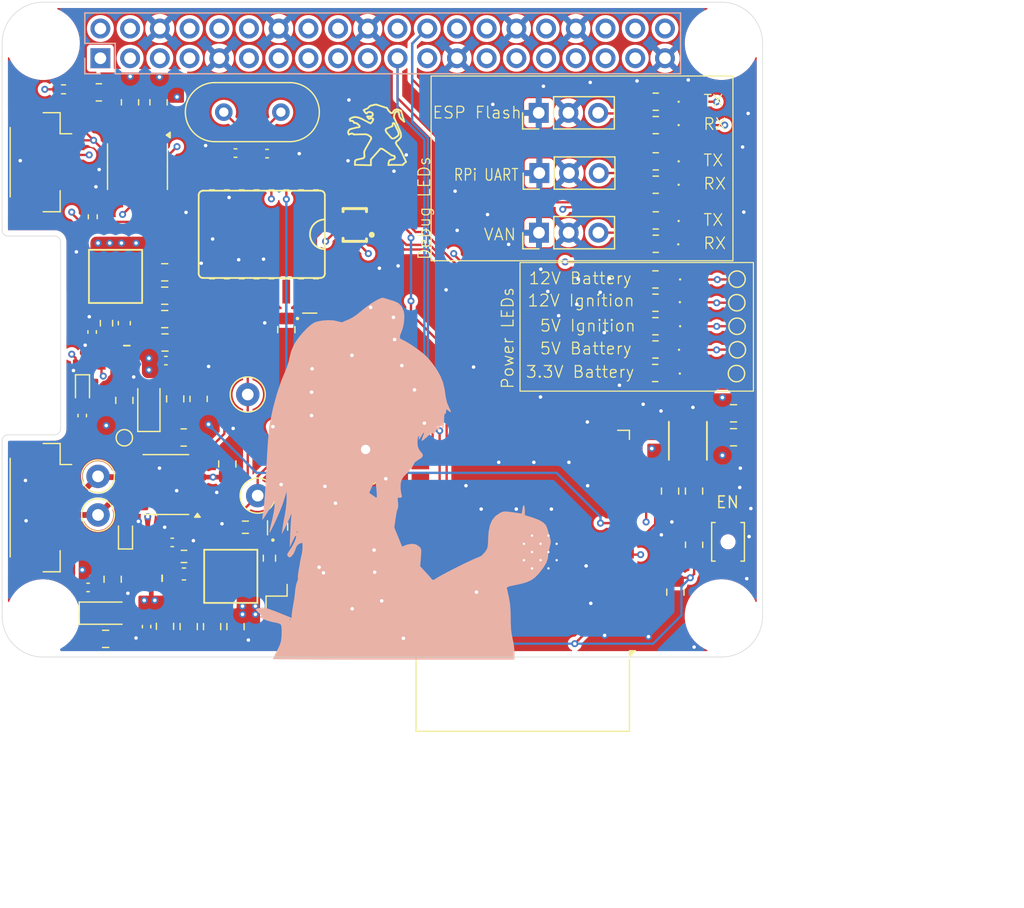
<source format=kicad_pcb>
(kicad_pcb (version 20241229) (generator "pcbnew") (generator_version "9.0")
  (layers (0 "F.Cu" signal) (4 "In1.Cu" signal) (6 "In2.Cu" signal) (2 "B.Cu" signal) (13 "F.Paste" user) (15 "B.Paste" user) (5 "F.SilkS" user "F.Silkscreen") (7 "B.SilkS" user "B.Silkscreen") (1 "F.Mask" user) (3 "B.Mask" user) (25 "Edge.Cuts" user))
  (net 0 "")
  (net 1 "GND")
  (net 2 "/ECU_comms/TSS Reset")
  (net 3 "+5V Car Battery")
  (net 4 "+3V3 Car Battery")
  (net 5 "/ECU_comms/XTAL1")
  (net 6 "/ECU_comms/XTAL2")
  (net 7 "+5V Ignition")
  (net 8 "+12V Car Battery")
  (net 9 "Net-(MP8759GD1-SW)")
  (net 10 "Net-(C200-Pad1)")
  (net 11 "Net-(D1-K)")
  (net 12 "Net-(MP8759GD1-VCC)")
  (net 13 "Net-(D18-K)")
  (net 14 "Net-(C222-Pad1)")
  (net 15 "Net-(MP8759GD3-SW)")
  (net 16 "Net-(MP8759GD3-VCC)")
  (net 17 "Net-(D2-K)")
  (net 18 "Net-(D3-K)")
  (net 19 "Net-(D5-K)")
  (net 20 "Net-(D6-K)")
  (net 21 "VAN_TX")
  (net 22 "Net-(D7-K)")
  (net 23 "VAN_RX")
  (net 24 "/ESP32-WROOM/TX")
  (net 25 "Net-(D15-K)")
  (net 26 "/ESP32-WROOM/RX")
  (net 27 "Net-(D16-K)")
  (net 28 "VAN_L")
  (net 29 "VAN_H")
  (net 35 "unconnected-(P1-Pin_23-Pad23)")
  (net 42 "SDA")
  (net 50 "SCL")
  (net 52 "Net-(MP8759GD3-EN)")
  (net 58 "ESP_MCP_RS")
  (net 59 "ESP_TSS_Reset")
  (net 60 "Net-(U7-32KHZ)")
  (net 61 "Net-(U7-~{INT}{slash}SQW)")
  (net 62 "Net-(MP8759GD1-BST)")
  (net 63 "Net-(MP8759GD1-FB)")
  (net 64 "Net-(MP8759GD1-MODE)")
  (net 65 "Net-(MP8759GD3-MODE)")
  (net 66 "Net-(MP8759GD3-FB)")
  (net 67 "Net-(MP8759GD3-BST)")
  (net 68 "/ECU_comms/TSS_SS")
  (net 70 "/ECU_comms/TSS_MISO")
  (net 71 "TSS Interrupt 5V")
  (net 72 "/ECU_comms/TSS_SCLK")
  (net 75 "/ECU_comms/TSS_MOSI")
  (net 77 "ESP_TSS_SCK")
  (net 83 "unconnected-(U6-IO35-Pad7)")
  (net 84 "EN")
  (net 85 "ESP_ADC1_CH5")
  (net 86 "5V_Ignition_Regulator_EN")
  (net 88 "TSS Interrupt 3.3V")
  (net 90 "ESP_TSS_OE")
  (net 91 "GPIO0")
  (net 92 "VAN_RX_3V3")
  (net 93 "ESP_TSS_MISO")
  (net 94 "ESP_TSS_MOSI")
  (net 97 "ESP_TSS_SS")
  (net 104 "RPi_RX")
  (net 105 "RPi_TX")
  (net 106 "+12V Ignition")
  (net 107 "Net-(D8-K)")
  (net 108 "Net-(D9-K)")
  (net 109 "Net-(D10-K)")
  (net 110 "Net-(D19-K)")
  (net 111 "Net-(J1-Pin_3)")
  (net 112 "Net-(J4-Pin_3)")
  (net 113 "Net-(J5-Pin_3)")
  (net 114 "/ECU_comms/RS")
  (net 115 "RTS")
  (net 116 "DTR")
  (net 118 "Net-(Q6-S)")
  (net 120 "unconnected-(U6-IO25-Pad10)")
  (net 127 "Net-(Q1-B)")
  (net 128 "Net-(Q2-B)")
  (net 129 "Net-(P1-Pin_1)")
  (footprint "Capacitor_SMD:C_0805_2012Metric" (layer "F.Cu") (at 117.58 106.29)
    (property "Reference" "C89" (hide yes))
    (property "Value" "22uF" (hide yes))
  )
  (footprint "Resistor_SMD:R_0402_1005Metric_Pad0.72x0.64mm_HandSolder" (layer "F.Cu") (at 111.43 99.54 -90)
    (property "Reference" "R19" (hide yes))
    (property "Value" "4.7k")
  )
  (footprint "Capacitor_SMD:C_0805_2012Metric" (layer "F.Cu") (at 112.53 135.64)
    (property "Reference" "C81" (hide yes))
    (property "Value" "22uF" (hide yes))
  )
  (footprint "Diode_SMD:D_SOD-523" (layer "F.Cu") (at 114.2262 126.69 90)
    (property "Reference" "D1" (hide yes))
    (property "Value" "BZX585-B3V3,135" (hide yes))
  )
  (footprint "Package_SO:SOIC-8_3.9x4.9mm_P1.27mm" (layer "F.Cu") (at 115.25 95.25 -90)
    (property "Reference" "U7" (hide yes))
    (property "Value" "DS3231MZ" (hide yes))
  )
  (footprint "Capacitor_SMD:C_0805_2012Metric" (layer "F.Cu") (at 160.775 123 -90)
    (property "Reference" "C12" (hide yes))
    (property "Value" "100uF" (hide yes))
  )
  (footprint "Resistor_SMD:R_0805_2012Metric" (layer "F.Cu") (at 114.613685 89.75 90)
    (property "Reference" "R7" (hide yes))
    (property "Value" "10k" (hide yes))
  )
  (footprint "LED_SMD:LED_0402_1005Metric" (layer "F.Cu") (at 162.6 96.8)
    (property "Reference" "D9" (hide yes))
    (property "Value" "LED" (hide yes))
  )
  (footprint "Package_TO_SOT_SMD:SOT-723" (layer "F.Cu") (at 130.0762 108.64)
    (property "Reference" "Q5" (hide yes))
    (property "Value" "NMOS" (hide yes))
  )
  (footprint "Capacitor_SMD:C_0805_2012Metric" (layer "F.Cu") (at 123.63 134.59 -90)
    (property "Reference" "C205" (hide yes))
    (property "Value" "22uF" (hide yes))
  )
  (footprint "TestPoint:TestPoint_Keystone_5000-5004_Miniature" (layer "F.Cu") (at 111.88 121.74)
    (property "Reference" "J12" (hide yes))
    (property "Value" "Debug connector" (hide yes))
  )
  (footprint "LED_SMD:LED_0402_1005Metric" (layer "F.Cu") (at 162.6 94.8)
    (property "Reference" "D8" (hide yes))
    (property "Value" "LED" (hide yes))
  )
  (footprint "footprints:peugeot_logo" (layer "F.Cu") (at 135.73 92.54)
    (property "Reference" "G***" (hide yes))
    (property "Value" "LOGO" (hide yes))
  )
  (footprint "Resistor_SMD:R_0805_2012Metric" (layer "F.Cu") (at 159.55 99.85 180)
    (property "Reference" "R9" (hide yes))
    (property "Value" "3200" (hide yes))
  )
  (footprint "Capacitor_SMD:C_0805_2012Metric" (layer "F.Cu") (at 113.13 130.54 -90)
    (property "Reference" "C202" (hide yes))
    (property "Value" "22uF" (hide yes))
  )
  (footprint "Package_SO:SOIC-8_3.9x4.9mm_P1.27mm" (layer "F.Cu") (at 117.6762 122.44 180)
    (property "Reference" "U4" (hide yes))
    (property "Value" "MCP2551-I-SN" (hide yes))
  )
  (footprint "Resistor_SMD:R_0201_0603Metric" (layer "F.Cu") (at 118.3262 131.39)
    (property "Reference" "R110" (hide yes))
    (property "Value" "100K" (hide yes))
  )
  (footprint "Capacitor_SMD:C_0402_1005Metric_Pad0.74x0.62mm_HandSolder" (layer "F.Cu") (at 126.33 94.14 180)
    (property "Reference" "C7" (hide yes))
    (property "Value" "22 pF" (hide yes))
  )
  (footprint "MountingHole:MountingHole_2.7mm_M2.5" (layer "F.Cu") (at 165.18 84.69)
    (property "Reference" "MK2" (hide yes))
    (property "Value" "M2.5" (hide yes))
  )
  (footprint "LED_SMD:LED_0402_1005Metric" (layer "F.Cu") (at 162.6 89.7)
    (property "Reference" "D15" (hide yes))
    (property "Value" "LED" (hide yes))
  )
  (footprint "Capacitor_SMD:C_0805_2012Metric" (layer "F.Cu") (at 117.58 108.29)
    (property "Reference" "C88" (hide yes))
    (property "Value" "22uF" (hide yes))
  )
  (footprint "Button_Switch_SMD:SW_SPST_B3U-1000P-B" (layer "F.Cu") (at 165.73 127.34 90)
    (property "Reference" "SW1" (hide yes))
    (property "Value" "EN" (hide yes))
  )
  (footprint "EasyEDA:XQFN-12_L2.0-W1.7-P0.40-BL" (layer "F.Cu") (at 133.826199 100.24 90)
    (property "Reference" "U10" (hide yes))
    (property "Value" "NTS0104GU12_115" (hide yes))
  )
  (footprint "Resistor_SMD:R_0201_0603Metric" (layer "F.Cu") (at 110.28 111.94 180)
    (property "Reference" "R121" (hide yes))
    (property "Value" "41.2k" (hide yes))
  )
  (footprint "Resistor_SMD:R_0805_2012Metric" (layer "F.Cu") (at 159.55 89.7 180)
    (property "Reference" "R14" (hide yes))
    (property "Value" "1k" (hide yes))
  )
  (footprint "Resistor_SMD:R_0201_0603Metric" (layer "F.Cu") (at 111.7012 113.94 90)
    (property "Reference" "R117" (hide yes))
    (property "Value" "10k" (hide yes))
  )
  (footprint "Connector_PinHeader_2.54mm:PinHeader_1x03_P2.54mm_Vertical" (layer "F.Cu") (at 149.6 95.8 90)
    (property "Reference" "J1" (hide yes))
    (property "Value" "RPi UART Debug LEDs" (hide yes))
  )
  (footprint "MountingHole:MountingHole_2.7mm_M2.5" (layer "F.Cu") (at 107.18 133.69)
    (property "Reference" "MK3" (hide yes))
    (property "Value" "M2.5" (hide yes))
  )
  (footprint "Resistor_SMD:R_0603_1608Metric_Pad0.98x0.95mm_HandSolder" (layer "F.Cu") (at 124.4762 126.09 180)
    (property "Reference" "R1" (hide yes))
    (property "Value" "10k" (hide yes))
  )
  (footprint "RF_Module:ESP32-WROOM-32D" (layer "F.Cu") (at 148.18 127.68 180)
    (property "Reference" "U6" (hide yes))
    (property "Value" "ESP32-WROOM-32E" (hide yes))
  )
  (footprint "Resistor_SMD:R_0201_0603Metric" (layer "F.Cu") (at 110.8762 111.165 180)
    (property "Reference" "R119" (hide yes))
    (property "Value" "5.6k" (hide yes))
  )
  (footprint "Resistor_SMD:R_0805_2012Metric" (layer "F.Cu") (at 159.53 106.89 180)
    (property "Reference" "R17" (hide yes))
    (property "Value" "10.2k" (hide yes))
  )
  (footprint "Connector_JST:JST_GH_SM06B-GHS-TB_1x06-1MP_P1.25mm_Horizontal" (layer "F.Cu") (at 106.93 124.415 -90)
    (property "Reference" "J2" (hide yes))
    (property "Value" "mini iso blue" (hide yes))
  )
  (footprint "Connector_PinHeader_2.54mm:PinHeader_1x03_P2.54mm_Vertical" (layer "F.Cu") (at 149.55 90.65 90)
    (property "Reference" "J5" (hide yes))
    (property "Value" "UART LED Debug Switch" (hide yes))
  )
  (footprint "Capacitor_SMD:C_0805_2012Metric" (layer "F.Cu") (at 161.23 131.64 90)
    (property "Reference" "C2" (hide yes))
    (property "Value" "0.1uF" (hide yes))
  )
  (footprint "Resistor_SMD:R_0805_2012Metric" (layer "F.Cu") (at 159.53 110.89 180)
    (property "Reference" "R5" (hide yes))
    (property "Value" "3.2k" (hide yes))
  )
  (footprint "Resistor_SMD:R_0201_0603Metric" (layer "F.Cu") (at 115.3762 109.665 90)
    (property "Reference" "R118" (hide yes))
    (property "Value" "100K" (hide yes))
  )
  (footprint "Capacitor_SMD:C_0402_1005Metric" (layer "F.Cu") (at 111.03 131.24)
    (property "Reference" "C203" (hide yes))
    (property "Value" "100nF" (hide yes))
  )
  (footprint "Resistor_SMD:R_0805_2012Metric" (layer "F.Cu") (at 162.83 127.59 90)
    (property "Reference" "R12" (hide yes))
    (property "Value" "10k" (hide yes))
  )
  (footprint "TestPoint:TestPoint_Pad_D1.0mm" (layer "F.Cu") (at 166.48 106.89)
    (property "Reference" "J16" (hide yes))
    (property "Value" "Debug connector" (hide yes))
  )
  (footprint "Capacitor_SMD:C_0805_2012Metric" (layer "F.Cu") (at 166.200001 116.347)
    (property "Reference" "C13" (hide yes))
    (property "Value" "100uF" (hide yes))
  )
  (footprint "Package_TO_SOT_SMD:SOT-416" (layer "F.Cu") (at 131.5762 127.94 180)
    (property "Reference" "Q1" (hide yes))
    (property "Value" "NPN" (hide yes))
  )
  (footprint "Resistor_SMD:R_0805_2012Metric" (layer "F.Cu") (at 159.525 104.9 180)
    (property "Reference" "R4" (hide yes))
    (property "Value" "10.2k" (hide yes))
  )
  (footprint "Diode_SMD:D_SOD-523" (layer "F.Cu") (at 110.5512 114.315 -90)
    (property "Reference" "D18" (hide yes))
    (property "Value" "BZX585-B3V3,135" (hide yes))
  )
  (footprint "TestPoint:TestPoint_Loop_D1.80mm_Drill1.0mm_Beaded" (layer "F.Cu") (at 124.6762 114.74)
    (property "Reference" "J10" (hide yes))
    (property "Value" "Debug connector" (hide yes))
  )
  (footprint "Capacitor_SMD:C_0805_2012Metric" (layer "F.Cu") (at 162.825 123 -90)
    (property "Reference" "C10" (hide yes))
    (property "Value" "1uF" (hide yes))
  )
  (footprint "Diode_SMD:Nexperia_CFP3_SOD-123W" (layer "F.Cu") (at 116.2262 115.64 90)
    (property "Reference" "D17" (hide yes))
    (property "Value" "VTVS25ASMF-M3-08" (hide yes))
  )
  (footprint "Package_TO_SOT_SMD:SOT-723" (layer "F.Cu") (at 127.2262 126.04 90)
    (property "Reference" "Q6" (hide yes))
    (property "Value" "NMOS" (hide yes))
  )
  (footprint "Capacitor_SMD:C_0603_1608Metric" (layer "F.Cu") (at 119.2262 130.09 180)
    (property "Reference" "C200" (hide yes))
    (property "Value" "220nF" (hide yes))
  )
  (footprint "LED_SMD:LED_0402_1005Metric" (layer "F.Cu") (at 162.705 106.84)
    (property "Reference" "D10" (hide yes))
    (property "Value" "LED" (hide yes))
  )
  (footprint "Resistor_SMD:R_0805_2012Metric" (layer "F.Cu") (at 159.55 96.8 180)
    (property "Reference" "R16" (hide yes))
    (property "Value" "3200" (hide yes))
  )
  (footprint "Capacitor_SMD:C_0805_2012Metric" (layer "F.Cu") (at 121.63 134.59 -90)
    (property "Reference" "C82" (hide yes))
    (property "Value" "22uF" (hide yes))
  )
  (footprint "LED_SMD:LED_0402_1005Metric" (layer "F.Cu") (at 162.6 99.9)
    (property "Reference" "D6" (hide yes))
    (property "Value" "LED" (hide yes))
  )
  (footprint "Resistor_SMD:R_0603_1608Metric" (layer "F.Cu") (at 112.6012 108.64 90)
    (property "Reference" "R120" (hide yes))
    (property "Value" "3.3" (hide yes))
  )
  (footprint "Capacitor_SMD:C_0805_2012Metric_Pad1.18x1.45mm_HandSolder" (layer "F.Cu") (at 122.93 120.6775 90)
    (property "Reference" "C3" (hide yes))
    (property "Value" "0.1uF")
  )
  (footprint "Resistor_SMD:R_0805_2012Metric" (layer "F.Cu") (at 159.525 108.9 180)
    (property "Reference" "R8" (hide yes))
    (property "Value" "3.2k" (hide yes))
  )
  (footprint "Capacitor_SMD:C_0805_2012Metric" (layer "F.Cu") (at 166.200001 118.397 180)
    (property "Reference" "C11" (hide yes))
    (property "Value" "1uF" (hide yes))
  )
  (footprint "Resistor_SMD:R_0805_2012Metric" (layer "F.Cu") (at 159.55 91.7 180)
    (property "Reference" "R15" (hide yes))
    (property "Value" "1k" (hide yes))
  )
  (footprint "Connector_JST:JST_GH_SM04B-GHS-TB_1x04-1MP_P1.25mm_Horizontal" (layer "F.Cu") (at 106.93 94.875 -90)
    (property "Reference" "J3" (hide yes))
    (property "Value" "LCD power" (hide yes))
  )
  (footprint "Capacitor_SMD:C_0805_2012Metric" (layer "F.Cu") (at 135.4512 116.79)
    (property "Reference" "C6" (hide yes))
    (property "Value" "0.1uF" (hide yes))
  )
  (footprint "Capacitor_SMD:C_0402_1005Metric_Pad0.74x0.62mm_HandSolder" (layer "F.Cu") (at 123.63 94.09)
    (property "Reference" "C8" (hide yes))
    (property "Value" "22 pF" (hide yes))
  )
  (footprint "intoftainment:TSS463C" (layer "F.Cu") (at 125.4262 101.039999 180)
    (property "Reference" "U3" (hide yes))
    (property "Value" "TSS463C")
  )
  (footprint "TestPoint:TestPoint_Pad_D1.0mm" (layer "F.Cu") (at 166.53 110.915)
    (property "Reference" "J8" (hide yes))
    (property "Value" "Debug connector" (hide yes))
  )
  (footprint "Resistor_SMD:R_0603_1608Metric" (layer "F.Cu") (at 119.2262 128.59)
    (property "Reference" "R107" (hide yes))
    (property "Value" "3.3" (hide yes))
  )
  (footprint "Diode_SMD:Nexperia_CFP3_SOD-123W" (layer "F.Cu") (at 112.53 133.44)
    (property "Reference" "D4" (hide yes))
    (property "Value" "VTVS25ASMF-M3-08" (hide yes))
  )
  (footprint "EasyEDA:XQFN-12_L2.0-W1.7-P0.40-BL" (layer "F.Cu") (at 128.6262 120.439999 90)
    (property "Reference" "U11" (hide yes))
    (property "Value" "NTS0104GU12_115" (hide yes))
  )
  (footprint "LED_SMD:LED_0402_1005Metric" (layer "F.Cu") (at 162.725 108.9)
    (property "Reference" "D5" (hide yes))
    (property "Value" "LED" (hide yes))
  )
  (footprint "Button_Switch_SMD:SW_SPST_B3U-1000P-B" (layer "F.Cu") (at 134.7512 119.44 180)
    (property "Reference" "SW2" (hide yes))
    (property "Value" "EN" (hide yes))
  )
  (footprint "Package_TO_SOT_SMD:SOT-416" (layer "F.Cu") (at 131.5762 125.54 180)
    (property "Reference" "Q2" (hide yes))
    (property "Value" "NPN" (hide yes))
  )
  (footprint "TestPoint:TestPoint_Pad_D1.0mm" (layer "F.Cu") (at 114.1262 118.44 -90)
    (property "Reference" "J16" (hide yes))
    (property "Value" "Debug connector" (hide yes))
  )
  (footprint "Resistor_SMD:R_0201_0603Metric" (layer "F.Cu") (at 116.1262 126.19 90)
    (property "Reference" "R109" (hide yes))
    (property "Value" "41.2k" (hide yes))
  )
  (footprint "Capacitor_SMD:C_0805_2012Metric" (layer "F.Cu") (at 119.63 134.59 -90)
    (property "Reference" "C83" (hide yes))
    (property "Value" "22uF" (hide yes))
  )
  (footprint "Capacitor_SMD:C_0805_2012Metric" (layer "F.Cu") (at 127.9762 109.189999 -90)
    (property "Reference" "C1" (hide yes))
    (property "Value" "1uF" (hide yes))
  )
  (footprint "Capacitor_SMD:C_0402_1005Metric" (layer "F.Cu") (at 118.2262 127.39 180)
    (property "Reference" "C209" (hide yes))
    (property "Value" "1uF" (hide yes))
  )
  (footprint "TestPoint:TestPoint_Pad_D1.0mm" (layer "F.Cu") (at 166.5 104.875)
    (property "Reference" "J6" (hide yes))
    (property "Value" "Debug connector" (hide yes))
  )
  (footprint "Capacitor_SMD:C_0603_1608Metric" (layer "F.Cu") (at 114.1262 108.64 -90)
    (property "Reference" "C222" (hide yes))
    (property "Value" "220nF" (hide yes))
  )
  (footprint "LED_SMD:LED_0402_1005Metric" (layer "F.Cu") (at 162.5675 101.9)
    (property "Reference" "D7" (hide yes))
    (property "Value" "LED" (hide yes))
  )
  (footprint "LED_SMD:LED_0402_1005Metric" (layer "F.Cu") (at 162.6 91.7)
    (property "Reference" "D16" (hide yes))
    (property "Value" "LED" (hide yes))
  )
  (footprint "TestPoint:TestPoint_Pad_D1.0mm" (layer "F.Cu") (at 166.45 112.95)
    (property "Reference" "J9" (hide yes))
    (property "Value" "Debug connector" (hide yes))
  )
  (footprint "Connector_PinHeader_2.54mm:PinHeader_1x03_P2.54mm_Vertical" (layer "F.Cu") (at 149.57 100.9 90)
    (property "Reference" "J4" (hide yes))
    (property "Value" "VAN Debug LEDs" (hide yes))
  )
  (footprint "Connector_JST:JST_GH_SM06B-GHS-TB_1x06-1MP_P1.25mm_Horizontal" (layer "F.Cu") (at 131.7262 133.69)
    (property "Reference" "J7" (hide yes))
    (property "Value" "Programming Socket" (hide yes))
  )
  (footprint "intoftainment:IND_XGL4030_COC" (layer "F.Cu") (at 123.2262 130.29)
    (property "Reference" "L12" (hide yes))
    (property "Value" "1.5uH" (hide yes))
  )
  (footprint "Capacitor_SMD:C_0805_2012Metric" (layer "F.Cu") (at 117.605 134.565 -90)
    (property "Reference" "C206" (hide yes))
    (property "Value" "22uF" (hide yes))
  )
  (footprint "LED_SMD:LED_0402_1005Metric" (layer "F.Cu") (at 162.63 110.915)
    (property "Reference" "D3" (hide yes))
    (property "Value" "LED" (hide yes))
  )
  (footprint "Capacitor_SMD:C_0402_1005Metric" (layer "F.Cu") (at 117.68 111.84)
    (property "Reference" "C218" (hide yes))
    (property "Value" "100nF" (hide yes))
  )
  (footprint "TestPoint:TestPoint_Keystone_5000-5004_Miniature" (layer "F.Cu") (at 111.88 125.04)
    (property "Reference" "J13" (hide yes))
    (property "Value" "Debug connector" (hide yes))
  )
  (footprint "LED_SMD:LED_0402_1005Metric" (layer "F.Cu") (at 162.7 112.95)
    (property "Reference" "D19" (hide yes))
    (property "Value" "LED" (hide yes))
  )
  (footprint "Capacitor_SMD:C_0402_1005Metric" (layer "F.Cu") (at 111.3762 109.39 -90)
    (property "Reference" "C223" (hide yes))
    (property "Value" "1uF" (hide yes))
  )
  (footprint "Resistor_SMD:R_0201_0603Metric" (layer "F.Cu") (at 158.73 122.34 -90)
    (property "Reference" "R122" (hide yes))
    (property "Value" "10k" (hide yes))
  )
  (footprint "TestPoint:TestPoint_Loop_D1.80mm_Drill1.0mm_Beaded" (layer "F.Cu") (at 125.5262 123.39)
    (property "Reference" "J11" (hide yes))
    (property "Value" "Debug connector" (hide yes))
  )
  (footprint "Resistor_SMD:R_0805_2012Metric" (layer "F.Cu") (at 117.05 89.75 90)
    (property "Reference" "R6" (hide yes))
    (property "Value" "10k" (hide yes))
  )
  (footprint "Resistor_SMD:R_0402_1005Metric_Pad0.72x0.64mm_HandSolder" (layer "F.Cu") (at 108.93 88.64)
    (property "Reference" "R13" (hide yes))
    (property "Value" "4.7k")
  )
  (footprint "Capacitor_SMD:C_0201_0603Metric" (layer "F.Cu") (at 110.8762 112.69)
    (property "Reference" "C221" (hide yes))
    (property "Value" "220nF" (hide yes))
  )
  (footprint "Resistor_SMD:R_0805_2012Metric" (layer "F.Cu") (at 159.5 112.9 180)
    (property "Reference" "R18" (hide yes))
    (property "Value" "1.5k" (hide yes))
  )
  (footprint "intoftainment:QFN-12_MP8759_MNP" (layer "F.Cu") (at 116.176201 129.739999)
    (property "Reference" "MP8759GD1" (hide yes))
    (property "Value" "C200" (hide yes))
  )
  (footprint "intoftainment:IND_XGL4030_COC" (layer "F.Cu") (at 113.3762 104.64 90)
    (property "Reference" "L14" (hide yes))
    (property "Value" "1.5uH" (hide yes))
  )
  (footprint "TestPoint:TestPoint_Pad_D1.0mm" (layer "F.Cu") (at 166.5 108.9)
    (property "Reference" "J17" (hide yes))
    (property "Value" "Debug connector" (hide yes))
  )
  (footprint "Resistor_SMD:R_0603_1608Metric_Pad0.98x0.95mm_HandSolder" (layer "F.Cu") (at 126.53 128.74 -90)
    (property "Reference" "R21" (hide yes))
    (property "Value" "10k" (hide yes))
  )
  (footprint "Capacitor_SMD:C_0402_1005Metric" (layer "F.Cu") (at 110.53 116.54 90)
    (property "Reference" "C217" (hide yes))
    (property "Value" "100nF" (hide yes))
  )
  (footprint "Resistor_SMD:R_0805_2012Metric" (layer "F.Cu") (at 159.55 94.8 180)
    (property "Reference" "R11" (hide yes))
    (property "Value" "3200" (hide yes))
  )
  (footprint "Resistor_SMD:R_0805_2012Metric" (layer "F.Cu") (at 119.2012 118.415)
    (property "Reference" "R2" (hide yes))
    (property "Value" "1M" (hide yes))
  )
  (footprint "Resistor_SMD:R_0805_2012Metric" (layer "F.Cu") (at 133.8762 127.34 90)
    (property "Reference" "R22" (hide yes))
    (property "Value" "10k" (hide yes))
  )
  (footprint "Resistor_SMD:R_0805_2012Metric" (layer "F.Cu") (at 120.4762 115.115 90)
    (property "Reference" "R3" (hide yes))
    (property "Value" "200k" (hide yes))
  )
  (footprint "Resistor_SMD:R_0805_2012Metric" (layer "F.Cu") (at 111.95 88.9)
    (property "Reference" "C9" (hide yes))
    (property "Value" "100nF" (hide yes))
  )
  (footprint "Crystal:Crystal_HC49-4H_Vertical" (layer "F.Cu") (at 122.63 90.59)
    (property "Reference" "Y2" (hide yes))
    (property "Value" "8MHz")
  )
  (footprint "MountingHole:MountingHole_2.7mm_M2.5" (layer "F.Cu") (at 107.18 84.69)
    (property "Reference" "MK1" (hide yes))
    (property "Value" "M2.5" (hide yes))
  )
  (footprint "Capacitor_SMD:C_0805_2012Metric" (layer "F.Cu") (at 118.4762 115.115 90)
    (property "Reference" "C87" (hide yes))
    (property "Value" "22uF" (hide yes))
  )
  (footprint "Capacitor_SMD:C_0805_2012Metric" (layer "F.Cu") (at 114.13 115.24 90)
    (property "Reference" "C216" (hide yes))
    (property "Value" "22uF" (hide yes))
  )
  (footprint "intoftainment:QFN-12_MP8759_MNP" (layer "F.Cu") (at 113.6262 111.739999 90)
    (property "Reference" "MP8759GD3" (hide yes))
    (property "Value" "C200" (hide yes))
  )
  (footprint "Resistor_SMD:R_0805_2012Metric" (layer "F.Cu") (at 159.55 101.85 180)
    (property "Reference" "R10" (hide yes))
    (property "Value" "3200" (hide yes))
  )
  (footprint "Capacitor_SMD:C_0805_2012Metric" (layer "F.Cu") (at 117.58 104.29)
    (property "Reference" "C220" (hide yes))
    (property "Value" "22uF" (hide yes))
  )
  (footprint "Capacitor_SMD:C_0402_1005Metric" (layer "F.Cu") (at 116.03 134.59 -90)
    (property "Reference" "C204" (hide yes))
    (property "Value" "100nF" (hide yes))
  )
  (footprint "Resistor_SMD:R_0201_0603Metric" (layer "F.Cu") (at 116.9262 126.54 90)
    (property "Reference" "R111" (hide yes))
    (property "Value" "5.6k" (hide yes))
  )
  (footprint "Resistor_SMD:R_0805_2012Metric" (layer "F.Cu") (at 129.3762 126.44 -90)
    (property "Reference" "R20" (hide yes))
    (property "Value" "10k" (hide yes))
  )
  (footprint "Capacitor_SMD:C_0805_2012Metric" (layer "F.Cu") (at 117.6012 110.29)
    (property "Reference" "C219" (hide yes))
    (property "Value" "22uF" (hide yes))
  )
  (footprint "Capacitor_SMD:C_0201_0603Metric" (layer "F.Cu") (at 115.3762 126.865 -90)
    (property "Reference" "C208" (hide yes))
    (property "Value" "220nF" (hide yes))
  )
  (footprint "LED_SMD:LED_0402_1005Metric" (layer "F.Cu") (at 162.725 104.9)
    (property "Reference" "D2" (hide yes))
    (property "Value" "LED" (hide yes))
  )
  (footprint "MountingHole:MountingHole_2.7mm_M2.5" (layer "F.Cu") (at 165.18 133.69)
    (property "Reference" "MK4" (hide yes))
    (property "Value" "M2.5" (hide yes))
  )
  (footprint "intoftainment:DFN6_3X3_ONS" (layer "F.Cu") (at 162.3 118.7 -90)
    (property "Reference" "U2" (hide yes))
    (property "Value" "NCP691MN33T2G" (hide yes))
  )
  (footprint "Resistor_SMD:R_0201_0603Metric" (layer "F.Cu") (at 114.03 128.34)
    (property "Reference" "R108" (hide yes))
    (property "Value" "10k" (hide yes))
  )
  (footprint "Connector_PinSocket_2.54mm:PinSocket_2x20_P2.54mm_Vertical" (layer "B.Cu") (at 112.08 85.98 -90)
    (property "Reference" "P1" (hide yes))
    (property "Value" "Conn_02x20_Odd_Even" (hide yes))
  )
  (footprint "footprints:badapple" (layer "B.Cu") (at 141.044088 121.156876 180)
    (property "Reference" "G***" (hide yes))
    (property "Value" "LOGO" (hide yes))
  )
  (gr_rect (start 140.35 87.5) (end 166.15 103.3) (stroke (width 0.1)) (fill no) (layer "F.SilkS"))
  (gr_rect (start 147.95 103.45) (end 167.9 114.45) (stroke (width 0.1)) (fill no) (layer "F.SilkS"))
  (gr_line (start 108.18 118.19) (end 104.18 118.19) (stroke (width 0.05)) (layer "Edge.Cuts"))
  (gr_arc (start 107.18 137.19) (mid 104.705126 136.164874) (end 103.68 133.69) (stroke (width 0.05)) (layer "Edge.Cuts"))
  (gr_arc (start 103.68 118.69) (mid 103.826447 118.336447) (end 104.18 118.19) (stroke (width 0.05)) (layer "Edge.Cuts"))
  (gr_arc (start 165.18 81.19) (mid 167.654874 82.215126) (end 168.68 84.69) (stroke (width 0.05)) (layer "Edge.Cuts"))
  (gr_line (start 168.68 84.69) (end 168.68 133.69) (stroke (width 0.05)) (layer "Edge.Cuts"))
  (gr_line (start 107.18 81.19) (end 165.18 81.19) (stroke (width 0.05)) (layer "Edge.Cuts"))
  (gr_line (start 103.68 100.69) (end 103.68 84.69) (stroke (width 0.05)) (layer "Edge.Cuts"))
  (gr_arc (start 104.18 101.19) (mid 103.826447 101.043553) (end 103.68 100.69) (stroke (width 0.05)) (layer "Edge.Cuts"))
  (gr_line (start 103.68 133.69) (end 103.68 118.69) (stroke (width 0.05)) (layer "Edge.Cuts"))
  (gr_arc (start 108.18 101.19) (mid 108.533553 101.336447) (end 108.68 101.69) (stroke (width 0.05)) (layer "Edge.Cuts"))
  (gr_arc (start 108.68 117.69) (mid 108.533553 118.043553) (end 108.18 118.19) (stroke (width 0.05)) (layer "Edge.Cuts"))
  (gr_line (start 108.68 101.69) (end 108.68 117.69) (stroke (width 0.05)) (layer "Edge.Cuts"))
  (gr_line (start 104.18 101.19) (end 108.18 101.19) (stroke (width 0.05)) (layer "Edge.Cuts"))
  (gr_line (start 165.18 137.19) (end 107.18 137.19) (stroke (width 0.05)) (layer "Edge.Cuts"))
  (gr_arc (start 168.68 133.69) (mid 167.654874 136.164874) (end 165.18 137.19) (stroke (width 0.05)) (layer "Edge.Cuts"))
  (gr_arc (start 103.68 84.69) (mid 104.705126 82.215126) (end 107.18 81.19) (stroke (width 0.05)) (layer "Edge.Cuts"))
  (gr_text "12V Battery" (at 148.63 105.39 0) (layer "F.SilkS") (effects (font (size 1 1) (thickness 0.1) (bold yes)) (justify left bottom)))
  (gr_text "TX" (at 163.55 100.4 0) (layer "F.SilkS") (effects (font (size 1 1) (thickness 0.1)) (justify left bottom)))
  (gr_text "RX" (at 163.55 92.2 0) (layer "F.SilkS") (effects (font (size 1 1) (thickness 0.1)) (justify left bottom)))
  (gr_text "VAN" (at 144.78 101.64 0) (layer "F.SilkS") (effects (font (size 1 1) (thickness 0.1) (bold yes)) (justify left bottom)))
  (gr_text "TX" (at 163.55 95.3 0) (layer "F.SilkS") (effects (font (size 1 1) (thickness 0.1)) (justify left bottom)))
  (gr_text "EN" (at 164.63 124.54 0) (layer "F.SilkS") (effects (font (size 1 1) (thickness 0.125)) (justify left bottom)))
  (gr_text "12V Ignition" (at 148.53 107.29 0) (layer "F.SilkS") (effects (font (size 1 1) (thickness 0.1) (bold yes)) (justify left bottom)))
  (gr_text "5V Battery" (at 149.58 111.39 0) (layer "F.SilkS") (effects (font (size 1 1) (thickness 0.1) (bold yes)) (justify left bottom)))
  (gr_text "TX		" (at 163.55 90.2 0) (layer "F.SilkS") (effects (font (size 1 1) (thickness 0.1)) (justify left bottom)))
  (gr_text "BOOT" (at 132.63 122.54 0) (layer "F.SilkS") (effects (font (size 1 1) (thickness 0.125)) (justify left bottom)))
  (gr_text "5V Ignition" (at 149.58 109.44 0) (layer "F.SilkS") (effects (font (size 1 1) (thickness 0.1) (bold yes)) (justify left bottom)))
  (gr_text "Power LEDs" (at 147.48 114.34 90) (layer "F.SilkS") (effects (font (size 1 1) (thickness 0.1) (bold yes)) (justify left bottom)))
  (gr_text "Debug LEDs" (at 140.35 103.3 90) (layer "F.SilkS") (effects (font (size 1 1) (thickness 0.1)) (justify left bottom)))
  (gr_text "RX" (at 163.55 97.3 0) (layer "F.SilkS") (effects (font (size 1 1) (thickness 0.1)) (justify left bottom)))
  (gr_text "RX" (at 163.55 102.4 0) (layer "F.SilkS") (effects (font (size 1 1) (thickness 0.1)) (justify left bottom)))
  (gr_text "RPi UART" (at 142.23 96.54 0) (layer "F.SilkS") (effects (font (size 1 0.8) (thickness 0.1) (bold yes)) (justify left bottom)))
  (gr_text "3.3V Battery" (at 148.38 113.39 0) (layer "F.SilkS") (effects (font (size 1 1) (thickness 0.1) (bold yes)) (justify left bottom)))
  (gr_text "ESP Flash" (at 140.405 91.215 0) (layer "F.SilkS") (effects (font (size 1 1) (thickness 0.1) (bold yes)) (justify left bottom)))
  (segment (start 153.89 117.2) (end 153.705 117.015) (width 0.2) (layer "F.Cu") (net 1))
  (segment (start 111.1962 111.165) (end 111.1962 110.8271) (width 0.2) (layer "F.Cu") (net 1))
  (segment (start 139.425 135.935) (end 139.43 135.93) (width 0.2) (layer "F.Cu") (net 1))
  (segment (start 158.88 135.59) (end 158.93 135.54) (width 0.2) (layer "F.Cu") (net 1))
  (segment (start 155.77 135.93) (end 155.18 135.34) (width 0.2) (layer "F.Cu") (net 1))
  (segment (start 158.612357 106.84) (end 158.612357 106.9775) (width 0.2) (layer "F.Cu") (net 1))
  (segment (start 116.9262 126.86) (end 117.01536 126.86) (width 0.2) (layer "F.Cu") (net 1))
  (segment (start 116.4262 114.04) (end 116.2762 114.19) (width 0.2) (layer "F.Cu") (net 1))
  (segment (start 122.535454 125.795454) (end 122.474546 125.795454) (width 0.2) (layer "F.Cu") (net 1))
  (segment (start 116.2762 114.19) (end 116.5762 114.19) (width 0.2) (layer "F.Cu") (net 1))
  (segment (start 158.93 135.54) (end 158.93 135.45) (width 0.2) (layer "F.Cu") (net 1))
  (segment (start 116.9262 126.9771) (end 116.9262 126.86) (width 0.2) (layer "F.Cu") (net 1))
  (segment (start 116.43 128.293798) (end 116.426201 128.289999) (width 0.2) (layer "F.Cu") (net 1))
  (segment (start 123.08212 96.333719) (end 122.8862 96.137799) (width 0.2) (layer "F.Cu") (net 1))
  (segment (start 160.97 135.93) (end 161.18 136.14) (width 0.2) (layer "F.Cu") (net 1))
  (segment (start 138.325 135.935) (end 139.425 135.935) (width 0.2) (layer "F.Cu") (net 1))
  (segment (start 158.88 135.93) (end 158.88 135.59) (width 0.2) (layer "F.Cu") (net 1))
  (segment (start 110.864822 110.6061) (end 110.782008 110.523286) (width 0.2) (layer "F.Cu") (net 1))
  (segment (start 160.775 123.95) (end 162.825 123.95) (width 0.2) (layer "F.Cu") (net 1))
  (segment (start 110.9752 110.6061) (end 110.864822 110.6061) (width 0.2) (layer "F.Cu") (net 1))
  (segment (start 117.53 126.137672) (end 117.576198 126.091472) (width 0.2) (layer "F.Cu") (net 1))
  (segment (start 113.35 96) (end 113.345 96.005) (width 0.2) (layer "F.Cu") (net 1))
  (segment (start 116.5762 114.19) (end 116.6262 114.14) (width 0.2) (layer "F.Cu") (net 1))
  (segment (start 158.612357 106.9775) (end 158.587357 107.0025) (width 0.2) (layer "F.Cu") (net 1))
  (segment (start 111.1962 110.8271) (end 110.9752 110.6061) (width 0.2) (layer "F.Cu") (net 1))
  (segment (start 122.63 125.89) (end 122.535454 125.795454) (width 0.2) (layer "F.Cu") (net 1))
  (segment (start 156.93 135.93) (end 158.88 135.93) (width 0.2) (layer "F.Cu") (net 1))
  (segment (start 162.63 136.14) (end 162.83 136.34) (width 0.2) (layer "F.Cu") (net 1))
  (segment (start 161.18 136.14) (end 162.63 136.14) (width 0.2) (layer "F.Cu") (net 1))
  (segment (start 137.98 135.59) (end 138.325 135.935) (width 0.2) (layer "F.Cu") (net 1))
  (segment (start 158.88 135.93) (end 160.97 135.93) (width 0.2) (layer "F.Cu") (net 1))
  (segment (start 111.521199 111.489999) (end 111.1962 111.165) (width 0.2) (layer "F.Cu") (net 1))
  (segment (start 112.1762 111.489999) (end 111.521199 111.489999) (width 0.2) (layer "F.Cu") (net 1))
  (segment (start 153.89 118.17) (end 153.89 117.2) (width 0.2) (layer "F.Cu") (net 1))
  (segment (start 156.93 135.93) (end 155.77 135.93) (width 0.2) (layer "F.Cu") (net 1))
  (segment (start 153.705 117.015) (end 153.705 117.09) (width 0.2) (layer "F.Cu") (net 1))
  (segment (start 114.1762 133.24) (end 113.8262 132.89) (width 0.2) (layer "F.Cu") (net 1))
  (segment (start 113.88 132.99) (end 113.8262 133.0438) (width 0.5) (layer "F.Cu") (net 1))
  (via (at 130.13 116.54) (size 0.6) (drill 0.3) (layers "F.Cu" "B.Cu") (net 1))
  (via (at 154 132.6) (size 0.6) (drill 0.3) (layers "F.Cu" "B.Cu") (net 1))
  (via (at 131.1512 129.99) (size 0.6) (drill 0.3) (layers "F.Cu" "B.Cu") (net 1))
  (via (at 153.95 88.05) (size 0.6) (drill 0.3) (layers "F.Cu" "B.Cu") (net 1))
  (via (at 149.13 120.54) (size 0.6) (drill 0.3) (layers "F.Cu" "B.Cu") (net 1))
  (via (at 137.1762 95.64) (size 0.6) (drill 0.3) (layers "F.Cu" "B.Cu") (net 1))
  (via (at 120.7012 103.515) (size 0.6) (drill 0.3) (layers "F.Cu" "B.Cu") (net 1))
  (via (at 122.0262 123.115) (size 0.6) (drill 0.3) (layers "F.Cu" "B.Cu") (net 1))
  (via (at 120.03 127.24) (size 0.6) (drill 0.3) (layers "F.Cu" "B.Cu") (net 1))
  (via (at 150.63 124.54) (size 0.6) (drill 0.3) (layers "F.Cu" "B.Cu") (net 1))
  (via (at 143.33 122.54) (size 0.6) (drill 0.3) (layers "F.Cu" "B.Cu") (net 1))
  (via (at 162.83 136.34) (size 0.6) (drill 0.3) (layers "F.Cu" "B.Cu") (net 1))
  (via (at 155.6 104.825) (size 0.6) (drill 0.3) (layers "F.Cu" "B.Cu") (net 1))
  (via (at 121.6762 101.44) (size 0.6) (drill 0.3) (layers "F.Cu" "B.Cu") (net 1))
  (via (at 117.13 121.04) (size 0.6) (drill 0.3) (layers "F.Cu" "B.Cu") (net 1))
  (via (at 114.43 131.74) (size 0.6) (drill 0.3) (layers "F.Cu" "B.Cu") (net 1))
  (via (at 126.0262 103.165) (size 0.6) (drill 0.3) (layers "F.Cu" "B.Cu") (net 1))
  (via (at 115.33 125.59) (size 0.6) (drill 0.3) (layers "F.Cu" "B.Cu") (net 1))
  (via (at 130.7762 129.515) (size 0.6) (drill 0.3) (layers "F.Cu" "B.Cu") (net 1))
  (via (at 123.43 117.64) (size 0.6) (drill 0.3) (layers "F.Cu" "B.Cu") (net 1))
  (via (at 149.95 88.375) (size 0.6) (drill 0.3) (layers "F.Cu" "B.Cu") (net 1))
  (via (at 117.576198 126.091472) (size 0.6) (drill 0.3) (layers "F.Cu" "B.Cu") (net 1))
  (via (at 105.6762 122.09) (size 0.6) (drill 0.3) (layers "F.Cu" "B.Cu") (net 1))
  (via (at 133.325 89.55) (size 0.6) (drill 0.3) (layers "F.Cu" "B.Cu") (net 1))
  (via (at 155.18 135.34) (size 0.6) (drill 0.3) (layers "F.Cu" "B.Cu") (net 1))
  (via (at 166.73 122.69) (size 0.6) (drill 0.3) (layers "F.Cu" "B.Cu") (net 1))
  (via (at 167.53 126.89) (size 0.6) (drill 0.3) (layers "F.Cu" "B.Cu") (net 1))
  (via (at 144.63 124.54) (size 0.6) (drill 0.3) (layers "F.Cu" "B.Cu") (net 1))
  (via (at 150.325 105.925) (size 0.6) (drill 0.3) (layers "F.Cu" "B.Cu") (net 1))
  (via (at 145.175 99.35) (size 0.6) (drill 0.3) (layers "F.Cu" "B.Cu") (net 1))
  (via (at 167.45 90.7) (size 0.6) (drill 0.3) (layers "F.Cu" "B.Cu") (net 1))
  (via (at 158.93 135.45) (size 0.6) (drill 0.3) (layers "F.Cu" "B.Cu") (net 1))
  (via (at 156.45 113.95) (size 0.6) (drill 0.3) (layers "F.Cu" "B.Cu") (net 1))
  (via (at 137.53 103.74) (size 0.6) (drill 0.3) (layers "F.Cu" "B.Cu") (net 1))
  (via (at 158.475 115.575) (size 0.6) (drill 0.3) (layers "F.Cu" "B.Cu") (net 1))
  (via (at 123.9012 103.215) (size 0.6) (drill 0.3) (layers "F.Cu" "B.Cu") (net 1))
  (via (at 105.23 94.74) (size 0.6) (drill 0.3) (layers "F.Cu" "B.Cu") (net 1))
  (via (at 152.13 120.54) (size 0.6) (drill 0.3) (layers "F.Cu" "B.Cu") (net 1))
  (via (at 109.78 112.69) (size 0.6) (drill 0.3) (layers "F.Cu" "B.Cu") (net 1))
  (via (at 110.782008 110.523286) (size 0.6) (drill 0.3) (layers "F.Cu" "B.Cu") (net 1))
  (via (at 130.1762 112.54) (size 0.6) (drill 0.3) (layers "F.Cu" "B.Cu") (net 1))
  (via (at 166.78 121.04) (size 0.6) (drill 0.3) (layers "F.Cu" "B.Cu") (net 1))
  (via (at 147.63 124.54) (size 0.6) (drill 0.3) (layers "F.Cu" "B.Cu") (net 1))
  (via (at 162.73 115.84) (size 0.6) (drill 0.3) (layers "F.Cu" "B.Cu") (net 1))
  (via (at 151.25 108) (size 0.6) (drill 0.3) (layers "F.Cu" "B.Cu") (net 1))
  (via (at 135.93 103.94) (size 0.6) (drill 0.3) (layers "F.Cu" "B.Cu") (net 1))
  (via (at 133.58 111.39) (size 0.6) (drill 0.3) (layers "F.Cu" "B.Cu") (net 1))
  (via (at 152.925 104.875) (size 0.6) (drill 0.3) (layers "F.Cu" "B.Cu") (net 1))
  (via (at 111.975 95.5) (size 0.6) (drill 0.3) (layers "F.Cu" "B.Cu") (net 1))
  (via (at 129.08 94.14) (size 0.6) (drill 0.3) (layers "F.Cu" "B.Cu") (net 1))
  (via (at 121.075 93.45) (size 0.6) (drill 0.3) (layers "F.Cu" "B.Cu") (net 1))
  (via (at 167.68 124.49) (size 0.6) (drill 0.3) (layers "F.Cu" "B.Cu") (net 1))
  (via (at 142.575 100.7) (size 0.6) (drill 0.3) (layers "F.Cu" "B.Cu") (net 1))
  (via (at 138.93 114.34) (size 0.6) (drill 0.3) (layers "F.Cu" "B.Cu") (net 1))
  (via (at 137.98 135.59) (size 0.6) (drill 0.3) (layers "F.Cu" "B.Cu") (net 1))
  (via (at 123.08212 97.88788) (size 0.6) (drill 0.3) (layers "F.Cu" "B.Cu") (net 1))
  (via (at 141.63 105.79) (size 0.6) (drill 0.3) (layers "F.Cu" "B.Cu") (net 1))
  (via (at 146.975 101.9) (size 0.6) (drill 0.3) (layers "F.Cu" "B.Cu") (net 1))
  (via (at 138.225 94.25) (size 0.6) (drill 0.3) (layers "F.Cu" "B.Cu") (net 1))
  (via (at 122.474546 125.795454) (size 0.6) (drill 0.3) (layers "F.Cu" "B.Cu") (net 1))
  (via (at 153.73 122.54) (size 0.6) (drill 0.3) (layers "F.Cu" "B.Cu") (net 1))
  (via (at 160.03 126.74) (size 0.6) (drill 0.3) (layers "F.Cu" "B.Cu") (net 1))
  (via (at 119.4012 99.165) (size 0.6) (drill 0.3) (layers "F.Cu" "B.Cu") (net 1))
  (via (at 130.13 114.54) (size 0.6) (drill 0.3) (layers "F.Cu" "B.Cu") (net 1))
  (via (at 155.15 109.45) (size 0.6) (drill 0.3) (layers "F.Cu" "B.Cu") (net 1))
  (via (at 157.95 87.925) (size 0.6) (drill 0.3) (layers "F.Cu" "B.Cu") (net 1))
  (via (at 144.23 131.64) (size 0.6) (drill 0.3) (layers "F.Cu" "B.Cu") (net 1))
  (via (at 160.93 125.64) (size 0.6) (drill 0.3) (layers "F.Cu" "B.Cu") (net 1))
  (via (at 167.33 130.49) (size 0.6) (drill 0.3) (layers "F.Cu" "B.Cu") (net 1))
  (via (at 137.13 108.14) (size 0.6) (drill 0.3) (layers "F.Cu" "B.Cu") (net 1))
  (via (at 162.33 87.84) (size 0.6) (drill 0.3) (layers "F.Cu" "B.Cu") (net 1))
  (via (at 143.98 112.39) (size 0.6) (drill 0.3) (layers "F.Cu" "B.Cu") (net 1))
  (via (at 110.03 102.54) (size 0.6) (drill 0.3) (layers "F.Cu" "B.Cu") (net 1))
  (via (at 137.23 110.04) (size 0.6) (drill 0.3) (layers "F.Cu" "B.Cu") (net 1))
  (via (at 111.7 96.975) (size 0.6) (drill 0.3) (layers "F.Cu" "B.Cu") (net 1))
  (via (at 145.625 89.925) (size 0.6) (drill 0.3) (layers "F.Cu" "B.Cu") (net 1))
  (via (at 152.8 107.025) (size 0.6) (drill 0.3) (layers "F.Cu" "B.Cu") (net 1))
  (via (at 167.08 99.14) (size 0.6) (drill 0.3) (layers "F.Cu" "B.Cu") (net 1))
  (via (at 114.93 113.24) (size 0.6) (drill 0.3) (layers "F.Cu" "B.Cu") (net 1))
  (via (at 105.73 125.54) (size 0.6) (drill 0.3) (layers "F.Cu" "B.Cu") (net 1))
  (via (at 154.8 106) (size 0.6) (drill 0.3) (layers "F.Cu" "B.Cu") (net 1))
  (via (at 135.18 107.29) (size 0.6) (drill 0.3) (layers "F.Cu" "B.Cu") (net 1))
  (via (at 166.975 93.575) (size 0.6) (drill 0.3) (layers "F.Cu" "B.Cu") (net 1))
  (via (at 136.1262 132.39) (size 0.6) (drill 0.3) (layers "F.Cu" "B.Cu") (net 1))
  (via (at 124.73 135.74) (size 0.6) (drill 0.3) (layers "F.Cu" "B.Cu") (net 1))
  (via (at 146.13 120.54) (size 0.6) (drill 0.3) (layers "F.Cu" "B.Cu") (net 1))
  (via (at 115.1262 135.565) (size 0.6) (drill 0.3) (layers "F.Cu" "B.Cu") (net 1))
  (via (at 133.25 94.75) (size 0.6) (drill 0.3) (layers "F.Cu" "B.Cu") (net 1))
  (via (at 149.7 114.95) (size 0.6) (drill 0.3) (layers "F.Cu" "B.Cu") (net 1))
  (via (at 121.33 112.34) (size 0.6) (drill 0.3) (layers "F.Cu" "B.Cu") (net 1))
  (via (at 111.13 108.09) (size 0.6) (drill 0.3) (layers "F.Cu" "B.Cu") (net 1))
  (via (at 160 116.15) (size 0.6) (drill 0.3) (layers "F.Cu" "B.Cu") (net 1))
  (via (at 149.725 104.025) (size 0.6) (drill 0.3) (layers "F.Cu" "B.Cu") (net 1))
  (via (at 153.705 117.09) (size 0.6) (drill 0.3) (layers "F.Cu" "B.Cu") (net 1))
  (via (at 142.4 97.35) (size 0.6) (drill 0.3) (layers "F.Cu" "B.Cu") (net 1))
  (via (at 153.6 129.4) (size 0.6) (drill 0.3) (layers "F.Cu" "B.Cu") (net 1))
  (via (at 126.13 108.615) (size 0.6) (drill 0.3) (layers "F.Cu" "B.Cu") (net 1))
  (via (at 118.6012 122.965) (size 0.6) (drill 0.3) (layers "F.Cu" "B.Cu") (net 1))
  (segment (start 129.5012 108.24) (end 127.9762 108.239999) (width 0.2) (layer "F.Cu") (net 2))
  (segment (start 127.9762 108.239999) (end 127.9762 105.952199) (width 0.2) (layer "F.Cu") (net 2))
  (segment (start 131.33 101.64) (end 131.93 101.04) (width 0.2) (layer "F.Cu") (net 3))
  (segment (start 122.8137 121.74) (end 122.8262 121.7525) (width 0.2) (layer "F.Cu") (net 3))
  (segment (start 131.93 101.04) (end 133.126199 101.04) (width 0.2) (layer "F.Cu") (net 3))
  (segment (start 126.7262 98.04) (end 126.6962 98.01) (width 0.2) (layer "F.Cu") (net 3))
  (segment (start 126.8262 129.6525) (end 125.3599 129.6525) (width 0.2) (layer "F.Cu") (net 3))
  (segment (start 116.1262 125.87) (end 116.1262 125.19) (width 0.4) (layer "F.Cu") (net 3))
  (segment (start 116.426201 133.540001) (end 116.4762 133.59) (width 0.2) (layer "F.Cu") (net 3))
  (segment (start 120.1512 121.805) (end 122.84 121.805) (width 0.4) (layer "F.Cu") (net 3))
  (segment (start 121.7137 121.8025) (end 121.7112 121.805) (width 0.2) (layer "F.Cu") (net 3))
  (segment (start 124.5724 130.29) (end 124.5724 131.4938) (width 0.2) (layer "F.Cu") (net 3))
  (segment (start 118.4762 133.59) (end 120.4762 133.59) (width 0.5) (layer "F.Cu") (net 3))
  (segment (start 116.4762 133.59) (end 118.4762 133.59) (width 0.5) (layer "F.Cu") (net 3))
  (segment (start 124.7224 130.29) (end 124.5724 130.29) (width 0.2) (layer "F.Cu") (net 3))
  (segment (start 163.11 110.92404) (end 164.752785 110.92404) (width 0.2) (layer "F.Cu") (net 3))
  (segment (start 125.3599 129.6525) (end 124.7224 130.29) (width 0.2) (layer "F.Cu") (net 3))
  (segment (start 114.615 97.725) (end 114.615 98.705) (width 0.2) (layer "F.Cu") (net 3))
  (segment (start 114.615 98.705) (end 113.98 99.34) (width 0.2) (layer "F.Cu") (net 3))
  (segment (start 122.84 121.805) (end 122.93 121.715) (width 0.4) (layer "F.Cu") (net 3))
  (segment (start 120.4762 133.59) (end 122.4762 133.59) (width 0.5) (layer "F.Cu") (net 3))
  (segment (start 164.776825 110.9) (end 164.752785 110.92404) (width 0.2) (layer "F.Cu") (net 3))
  (segment (start 166.475 110.9) (end 164.776825 110.9) (width 0.2) (layer "F.Cu") (net 3))
  (segment (start 126.6962 96.137799) (end 126.6962 98.01) (width 0.2) (layer "F.Cu") (net 3))
  (via (at 164.752785 110.92404) (size 0.6) (drill 0.3) (layers "F.Cu" "B.Cu") (net 3))
  (via (at 125.33 133.54) (size 0.6) (drill 0.3) (layers "F.Cu" "B.Cu") (net 3))
  (via (at 165.250001 119.947) (size 0.6) (drill 0.3) (layers "F.Cu" "B.Cu") (net 3))
  (via (at 126.6962 98.01) (size 0.6) (drill 0.3) (layers "F.Cu" "B.Cu") (net 3))
  (via (at 121.7112 121.805) (size 0.6) (drill 0.3) (layers "F.Cu" "B.Cu") (net 3))
  (via (at 115.83 132.34) (size 0.6) (drill 0.3) (layers "F.Cu" "B.Cu") (net 3))
  (via (at 124.23 132.84) (size 0.6) (drill 0.3) (layers "F.Cu" "B.Cu") (net 3))
  (via (at 124.23 133.54) (size 0.6) (drill 0.3) (layers "F.Cu" "B.Cu") (net 3))
  (via (at 125.33 132.84) (size 0.6) (drill 0.3) (layers "F.Cu" "B.Cu") (net 3))
  (via (at 116.73 132.34) (size 0.6) (drill 0.3) (layers "F.Cu" "B.Cu") (net 3))
  (via (at 116.1262 125.19) (size 0.6) (drill 0.3) (layers "F.Cu" "B.Cu") (net 3))
  (via (at 131.33 101.64) (size 0.6) (drill 0.3) (layers "F.Cu" "B.Cu") (net 3))
  (via (at 113.98 99.34) (size 0.6) (drill 0.3) (layers "F.Cu" "B.Cu") (net 3))
  (via (at 165.250001 114.997) (size 0.6) (drill 0.3) (layers "F.Cu" "B.Cu") (net 3))
  (segment (start 158.31 134.66) (end 156.93 134.66) (width 0.4) (layer "F.Cu") (net 4))
  (segment (start 160.53 120.1) (end 160.53 116.770057) (width 0.2) (layer "F.Cu") (net 4))
  (segment (start 131.274546 122.595454) (end 129.919091 121.239999) (width 0.2) (layer "F.Cu") (net 4))
  (segment (start 159.25 133.72) (end 158.31 134.66) (width 0.4) (layer "F.Cu") (net 4))
  (segment (start 162.825 122.05) (end 164.19 122.05) (width 0.4) (layer "F.Cu") (net 4))
  (segment (start 129.3262 121.239999) (end 128.6262 121.239999) (width 0.2) (layer "F.Cu") (net 4))
  (segment (start 136.63 101.54) (end 136.13 101.04) (width 0.2) (layer "F.Cu") (net 4))
  (segment (start 136.13 101.04) (end 134.526199 101.04) (width 0.2) (layer "F.Cu") (net 4))
  (segment (start 161.13 120.1) (end 161.346999 120.1) (width 0.4) (layer "F.Cu") (net 4))
  (segment (start 129.919091 121.239999) (end 129.3262 121.239999) (width 0.2) (layer "F.Cu") (net 4))
  (segment (start 160.53 116.770057) (end 163.185 114.115057) (width 0.2) (layer "F.Cu") (net 4))
  (segment (start 163.185 114.115057) (end 163.185 112.95) (width 0.2) (layer "F.Cu") (net 4))
  (segment (start 161.133 120.097) (end 162.3 120.097) (width 0.4) (layer "F.Cu") (net 4))
  (segment (start 136.63 111.0438) (end 136.63 101.54) (width 0.2) (layer "F.Cu") (net 4))
  (segment (start 159.25 129.67) (end 159.25 133.72) (width 0.4) (layer "F.Cu") (net 4))
  (segment (start 166.45 112.95) (end 166.43596 112.93596) (width 0.2) (layer "F.Cu") (net 4))
  (segment (start 137.8512 112.265) (end 136.63 111.0438) (width 0.2) (layer "F.Cu") (net 4))
  (segment (start 161.346999 120.1) (end 161.349999 120.097) (width 0.2) (layer "F.Cu") (net 4))
  (segment (start 161.13 120.1) (end 161.133 120.097) (width 0.4) (layer "F.Cu") (net 4))
  (segment (start 164.19 122.05) (end 164.68 122.54) (width 0.4) (layer "F.Cu") (net 4))
  (segment (start 164.68 122.54) (end 164.68 124.24) (width 0.4) (layer "F.Cu") (net 4))
  (segment (start 164.68 124.24) (end 159.25 129.67) (width 0.4) (layer "F.Cu") (net 4))
  (segment (start 166.43596 112.93596) (end 163.17 112.93596) (width 0.2) (layer "F.Cu") (net 4))
  (via (at 159.21 119.36) (size 0.6) (drill 0.3) (layers "F.Cu" "B.Cu") (net 4))
  (via (at 131.274546 122.595454) (size 0.6) (drill 0.3) (layers "F.Cu" "B.Cu") (net 4))
  (via (at 137.8512 112.265) (size 0.6) (drill 0.3) (layers "F.Cu" "B.Cu") (net 4))
  (segment (start 125.7675 94.14) (end 125.7675 92.3525) (width 0.2) (layer "F.Cu") (net 5))
  (segment (start 125.4262 96.137799) (end 125.4262 94.4813) (width 0.2) (layer "F.Cu") (net 5))
  (segment (start 125.7675 92.3525) (end 127.53 90.59) (width 0.2) (layer "F.Cu") (net 5))
  (segment (start 125.4262 94.4813) (end 125.7675 94.14) (width 0.2) (layer "F.Cu") (net 5))
  (segment (start 124.1562 94.1537) (end 124.1425 94.14) (width 0.2) (layer "F.Cu") (net 6))
  (segment (start 124.1562 96.137799) (end 124.1562 94.1537) (width 0.2) (layer "F.Cu") (net 6))
  (segment (start 124.1425 94.14) (end 124.1425 92.1025) (width 0.2) (layer "F.Cu") (net 6))
  (segment (start 124.1425 92.1025) (end 122.63 90.59) (width 0.2) (layer "F.Cu") (net 6))
  (segment (start 113.345 92.775) (end 113.345 89.3825) (width 0.5) (layer "F.Cu") (net 7))
  (segment (start 163.16346 108.91) (end 164.762785 108.91) (width 0.2) (layer "F.Cu") (net 7))
  (segment (start 164.772785 108.9) (end 164.762785 108.91) (width 0.2) (layer "F.Cu") (net 7))
  (segment (start 163.1375 108.93596) (end 163.16346 108.91) (width 0.2) (layer "F.Cu") (net 7))
  (segment (start 113.15 88.9) (end 113.2125 88.8375) (width 0.5) (layer "F.Cu") (net 7))
  (segment (start 109.3 94.25) (end 111.125 94.25) (width 0.2) (layer "F.Cu") (net 7))
  (segment (start 117 88.8375) (end 116.4325 88.8375) (width 0.5) (layer "F.Cu") (net 7))
  (segment (start 114.63 88.821185) (end 114.613685 88.8375) (width 0.2) (layer "F.Cu") (net 7))
  (segment (start 112.8625 88.9) (end 113.15 88.9) (width 0.5) (layer "F.Cu") (net 7))
  (segment (start 109.96 111.62) (end 109.63 111.29) (width 0.2) (layer "F.Cu") (net 7))
  (segment (start 166.5 108.9) (end 164.772785 108.9) (width 0.2) (layer "F.Cu") (net 7))
  (segment (start 113.345 92.775) (end 113.345 93.355) (width 0.2) (layer "F.Cu") (net 7))
  (segment (start 127.9262 121.239999) (end 127.9262 122.0438) (width 0.2) (layer "F.Cu") (net 7))
  (segment (start 113.4762 103.2938) (end 113.3762 103.1938) (width 0.5) (layer "F.Cu") (net 7))
  (segment (start 114.613685 88.8375) (end 115.3375 88.8375) (width 0.5) (layer "F.Cu") (net 7))
  (segment (start 127.9262 122.0438) (end 127.53 122.44) (width 0.2) (layer "F.Cu") (net 7))
  (segment (start 113.345 89.3825) (end 112.8625 88.9) (width 0.5) (layer "F.Cu") (net 7))
  (segment (start 109.96 111.94) (end 109.96 111.62) (width 0.2) (layer "F.Cu") (net 7))
  (segment (start 115.885 89.385) (end 115.885 92.775) (width 0.5) (layer "F.Cu") (net 7))
  (via (at 111.88 101.79) (size 0.6) (drill 0.3) (layers "F.Cu" "B.Cu") (net 7))
  (via (at 127.53 122.44) (size 0.6) (drill 0.3) (layers "F.Cu" "B.Cu") (net 7))
  (via (at 117.13 87.59) (size 0.6) (drill 0.3) (layers "F.Cu" "B.Cu") (net 7))
  (via (at 115.13 101.79) (size 0.6) (drill 0.3) (layers "F.Cu" "B.Cu") (net 7))
  (via (at 114.63 87.54) (size 0.6) (drill 0.3) (layers "F.Cu" "B.Cu") (net 7))
  (via (at 109.63 111.29) (size 0.6) (drill 0.3) (layers "F.Cu" "B.Cu") (net 7))
  (via (at 164.762785 108.91) (size 0.6) (drill 0.3) (layers "F.Cu" "B.Cu") (net 7))
  (via (at 112.88 101.79) (size 0.6) (drill 0.3) (layers "F.Cu" "B.Cu") (net 7))
  (via (at 113.88 101.79) (size 0.6) (drill 0.3) (layers "F.Cu" "B.Cu") (net 7))
  (via (at 118.63 89.29) (size 0.6) (drill 0.3) (layers "F.Cu" "B.Cu") (net 7))
  (via (at 116.23 112.64) (size 0.6) (drill 0.3) (layers "F.Cu" "B.Cu") (net 7))
  (via (at 116.23 111.64) (size 0.6) (drill 0.3) (layers "F.Cu" "B.Cu") (net 7))
  (via (at 111.125 94.25) (size 0.6) (drill 0.3) (layers "F.Cu" "B.Cu") (net 7))
  (segment (start 163.0875 104.91) (end 164.812785 104.91) (width 0.2) (layer "F.Cu") (net 8))
  (segment (start 166.5 104.9) (end 164.822785 104.9) (width 0.2) (layer "F.Cu") (net 8))
  (segment (start 111.08 133.0938) (end 111.08 132.99) (width 0.2) (layer "F.Cu") (net 8))
  (segment (start 164.822785 104.9) (end 164.812785 104.91) (width 0.2) (layer "F.Cu") (net 8))
  (segment (start 108.73 127.515) (end 108.755 127.49) (width 0.5) (layer "F.Cu") (net 8))
  (via (at 110.53 129.74) (size 0.6) (drill 0.3) (layers "F.Cu" "B.Cu") (net 8))
  (via (at 164.812785 104.91) (size 0.6) (drill 0.3) (layers "F.Cu" "B.Cu") (net 8))
  (segment (start 119.2272 130.866) (end 118.4512 130.09) (width 0.2) (layer "F.Cu") (net 9))
  (segment (start 121.304 130.866) (end 119.2272 130.866) (width 0.2) (layer "F.Cu") (net 9))
  (segment (start 121.88 130.44) (end 121.73 130.44) (width 0.2) (layer "F.Cu") (net 9))
  (segment (start 118.4512 130.09) (end 117.0262 130.09) (width 0.2) (layer "F.Cu") (net 9))
  (segment (start 117.0262 130.09) (end 116.7262 129.79) (width 0.2) (layer "F.Cu") (net 9))
  (segment (start 121.73 130.44) (end 121.304 130.866) (width 0.2) (layer "F.Cu") (net 9))
  (segment (start 120.0512 128.59) (end 120.0512 130.04) (width 0.2) (layer "F.Cu") (net 10))
  (segment (start 120.0512 130.04) (end 120.0012 130.09) (width 0.2) (layer "F.Cu") (net 10))
  (segment (start 115.4262 127.31) (end 115.4262 128.34) (width 0.2) (layer "F.Cu") (net 11))
  (segment (start 114.3462 128.39) (end 115.3762 128.39) (width 0.2) (layer "F.Cu") (net 11))
  (segment (start 115.3762 128.39) (end 115.4262 128.34) (width 0.2) (layer "F.Cu") (net 11))
  (segment (start 115.3262 127.21) (end 115.4262 127.31) (width 0.2) (layer "F.Cu") (net 11))
  (segment (start 114.3462 127.51) (end 114.3462 128.39) (width 0.2) (layer "F.Cu") (net 11))
  (segment (start 114.2262 127.39) (end 114.3462 127.51) (width 0.2) (layer "F.Cu") (net 11))
  (segment (start 116.926202 128.34) (end 116.926202 128.089998) (width 0.2) (layer "F.Cu") (net 12))
  (segment (start 120.7762 126.04) (end 123.1762 128.44) (width 0.2) (layer "F.Cu") (net 12))
  (segment (start 123.1762 128.44) (end 123.1762 131.99) (width 0.2) (layer "F.Cu") (net 12))
  (segment (start 119.38 131.39) (end 118.6462 131.39) (width 0.2) (layer "F.Cu") (net 12))
  (segment (start 116.926202 128.089998) (end 117.6262 127.39) (width 0.2) (layer "F.Cu") (net 12))
  (segment (start 117.7462 126.77) (end 117.7462 127.39) (width 0.2) (layer "F.Cu") (net 12))
  (segment (start 118.4762 126.04) (end 120.7762 126.04) (width 0.2) (layer "F.Cu") (net 12))
  (segment (start 122.9262 132.24) (end 120.23 132.24) (width 0.2) (layer "F.Cu") (net 12))
  (segment (start 120.23 132.24) (end 119.38 131.39) (width 0.2) (layer "F.Cu") (net 12))
  (segment (start 118.4762 126.04) (end 117.7462 126.77) (width 0.2) (layer "F.Cu") (net 12))
  (segment (start 123.1762 131.99) (end 122.9262 132.24) (width 0.2) (layer "F.Cu") (net 12))
  (segment (start 117.6262 127.39) (end 117.8462 127.39) (width 0.2) (layer "F.Cu") (net 12))
  (segment (start 111.1962 113.19) (end 111.6262 113.62) (width 0.2) (layer "F.Cu") (net 13))
  (segment (start 111.1962 112.69) (end 111.1962 113.19) (width 0.2) (layer "F.Cu") (net 13))
  (segment (start 110.3762 113.74) (end 110.4962 113.62) (width 0.2) (layer "F.Cu") (net 13))
  (segment (start 110.4962 113.62) (end 111.6262 113.62) (width 0.2) (layer "F.Cu") (net 13))
  (segment (start 114.0762 107.815) (end 114.1262 107.865) (width 0.4) (layer "F.Cu") (net 14))
  (segment (start 112.6012 107.815) (end 114.0762 107.815) (width 0.4) (layer "F.Cu") (net 14))
  (segment (start 114.1012 107.865) (end 114.1262 107.89) (width 0.2) (layer "F.Cu") (net 14))
  (segment (start 113.3762 105.9862) (end 113.44751 105.9862) (width 0.2) (layer "F.Cu") (net 15))
  (segment (start 114.9022 108.664) (end 114.9022 107.44089) (width 0.2) (layer "F.Cu") (net 15))
  (segment (start 114.1262 109.44) (end 114.1262 110.69) (width 0.2) (layer "F.Cu") (net 15))
  (segment (start 113.44751 105.9862) (end 114.9022 107.44089) (width 0.2) (layer "F.Cu") (net 15))
  (segment (start 114.1262 110.69) (end 113.6262 111.19) (width 0.2) (layer "F.Cu") (net 15))
  (segment (start 114.1262 109.44) (end 114.9022 108.664) (width 0.2) (layer "F.Cu") (net 15))
  (segment (start 109.5262 106.29) (end 111.1012 104.715) (width 0.2) (layer "F.Cu") (net 16))
  (segment (start 111.1012 104.715) (end 115.155 104.715) (width 0.2) (layer "F.Cu") (net 16))
  (segment (start 115.3762 104.9362) (end 115.3762 109.37) (width 0.2) (layer "F.Cu") (net 16))
  (segment (start 109.5262 109.29) (end 109.5262 106.29) (width 0.2) (layer "F.Cu") (net 16))
  (segment (start 115.155 104.715) (end 115.3762 104.9362) (width 0.2) (layer "F.Cu") (net 16))
  (segment (start 112.167854 110.998344) (end 112.1762 110.989998) (width 0.2) (layer "F.Cu") (net 16))
  (segment (start 111.3762 109.92) (end 110.1562 109.92) (width 0.2) (layer "F.Cu") (net 16))
  (segment (start 111.3062 109.92) (end 111.3762 109.92) (width 0.2) (layer "F.Cu") (net 16))
  (segment (start 110.1562 109.92) (end 109.5262 109.29) (width 0.2) (layer "F.Cu") (net 16))
  (segment (start 111.3762 109.92) (end 111.3762 110.44) (width 0.2) (layer "F.Cu") (net 16))
  (segment (start 111.926198 110.989998) (end 112.1762 110.989998) (width 0.2) (layer "F.Cu") (net 16))
  (segment (start 111.3762 110.44) (end 111.926198 110.989998) (width 0.2) (layer "F.Cu") (net 16))
  (segment (start 162.1175 104.91) (end 160.445285 104.91) (width 0.2) (layer "F.Cu") (net 17))
  (segment (start 160.445285 104.91) (end 160.435285 104.9) (width 0.2) (layer "F.Cu") (net 17))
  (segment (start 162.14 110.92404) (end 160.447785 110.92404) (width 0.2) (layer "F.Cu") (net 18))
  (segment (start 160.447785 110.92404) (end 160.437785 110.91404) (width 0.2) (layer "F.Cu") (net 18))
  (segment (start 162.1675 108.93596) (end 162.14154 108.91) (width 0.2) (layer "F.Cu") (net 19))
  (segment (start 160.445285 108.91) (end 160.435285 108.9) (width 0.2) (layer "F.Cu") (net 19))
  (segment (start 162.14154 108.91) (end 160.445285 108.91) (width 0.2) (layer "F.Cu") (net 19))
  (segment (start 162.115 99.9) (end 160.4625 99.9) (width 0.2) (layer "F.Cu") (net 20))
  (segment (start 151.601472 98.9) (end 151.776472 98.725) (width 0.2) (layer "F.Cu") (net 21))
  (segment (start 125.4262 107.84) (end 124.6762 108.59) (width 0.2) (layer "F.Cu") (net 21))
  (segment (start 125.4262 105.942199) (end 125.4262 107.84) (width 0.2) (layer "F.Cu") (net 21))
  (segment (start 151.776472 98.725) (end 162.275 98.725) (width 0.2) (layer "F.Cu") (net 21))
  (segment (start 124.6762 121.89) (end 124.5262 122.04) (width 0.2) (layer "F.Cu") (net 21))
  (segment (start 122.2212 124.345) (end 124.5262 122.04) (width 0.2) (layer "F.Cu") (net 21))
  (segment (start 163.085 99.535) (end 163.085 99.9) (width 0.2) (layer "F.Cu") (net 21))
  (segment (start 124.6762 108.59) (end 124.6762 114.74) (width 0.2) (layer "F.Cu") (net 21))
  (segment (start 120.1512 124.345) (end 122.2212 124.345) (width 0.2) (layer "F.Cu") (net 21))
  (segment (start 162.275 98.725) (end 163.085 99.535) (width 0.2) (layer "F.Cu") (net 21))
  (segment (start 124.6762 114.74) (end 124.6762 121.89) (width 0.2) (layer "F.Cu") (net 21))
  (via (at 151.601472 98.9) (size 0.6) (drill 0.3) (layers "F.Cu" "B.Cu") (net 21))
  (segment (start 160.4625 101.9) (end 162.115 101.9) (width 0.2) (layer "F.Cu") (net 22))
  (segment (start 162.2 103.4) (end 163.085 102.515) (width 0.2) (layer "F.Cu") (net 23))
  (segment (start 124.1762 107.84) (end 123.4262 108.59) (width 0.2) (layer "F.Cu") (net 23))
  (segment (start 120.53636 119.72984) (end 120.1512 120.115) (width 0.2) (layer "F.Cu") (net 23))
  (segment (start 125.5262 121.74) (end 125.5262 123.39) (width 0.2) (layer "F.Cu") (net 23))
  (segment (start 117.7512 123.563) (end 119.2782 125.09) (width 0.2) (layer "F.Cu") (net 23))
  (segment (start 151.8 103.4) (end 162.2 103.4) (width 0.2) (layer "F.Cu") (net 23))
  (segment (start 163.085 101.9) (end 163.085 101.9175) (width 0.2) (layer "F.Cu") (net 23))
  (segment (start 121.04016 119.72984) (end 120.53636 119.72984) (width 0.2) (layer "F.Cu") (net 23))
  (segment (start 122.6762 111.99) (end 122.6762 118.0938) (width 0.2) (layer "F.Cu") (net 23))
  (segment (start 124.1762 105.962199) (end 124.1762 107.84) (width 0.2) (layer "F.Cu") (net 23))
  (segment (start 122.6762 118.0938) (end 121.04016 119.72984) (width 0.2) (layer "F.Cu") (net 23))
  (segment (start 120.2312 120.435) (end 120.6312 120.435) (width 0.2) (layer "F.Cu") (net 23))
  (segment (start 126.426201 120.839999) (end 125.5262 121.74) (width 0.2) (layer "F.Cu") (net 23))
  (segment (start 127.9262 120.839999) (end 126.426201 120.839999) (width 0.2) (layer "F.Cu") (net 23))
  (segment (start 123.8262 125.09) (end 125.5262 123.39) (width 0.2) (layer "F.Cu") (net 23))
  (segment (start 120.1512 120.115) (end 120.1512 120.535) (width 0.2) (layer "F.Cu") (net 23))
  (segment (start 123.4262 108.59) (end 123.4262 111.24) (width 0.2) (layer "F.Cu") (net 23))
  (segment (start 119.2782 125.09) (end 123.8262 125.09) (width 0.2) (layer "F.Cu") (net 23))
  (segment (start 123.4262 111.24) (end 122.6762 111.99) (width 0.2) (layer "F.Cu") (net 23))
  (segment (start 117.7512 121.960001) (end 117.7512 123.563) (width 0.2) (layer "F.Cu") (net 23))
  (segment (start 119.176201 120.535) (end 117.7512 121.960001) (width 0.2) (layer "F.Cu") (net 23))
  (segment (start 120.1512 120.535) (end 119.176201 120.535) (width 0.2) (layer "F.Cu") (net 23))
  (segment (start 124.1562 105.942199) (end 124.1762 105.962199) (width 0.2) (layer "F.Cu") (net 23))
  (segment (start 163.085 102.515) (end 163.085 101.9) (width 0.2) (layer "F.Cu") (net 23))
  (via (at 151.8 103.4) (size 0.6) (drill 0.3) (layers "F.Cu" "B.Cu") (net 23))
  (segment (start 133.6012 131.84) (end 133.6012 130.990001) (width 0.2) (layer "F.Cu") (net 24))
  (segment (start 133.6012 130.990001) (end 134.101201 130.49) (width 0.2) (layer "F.Cu") (net 24))
  (segment (start 133.5762 133.09) (end 133.6012 133.065) (width 0.2) (layer "F.Cu") (net 24))
  (segment (start 135.2262 130.49) (end 136.8612 132.125) (width 0.2) (layer "F.Cu") (net 24))
  (segment (start 136.8612 132.125) (end 139.0262 132.125) (width 0.2) (layer "F.Cu") (net 24))
  (segment (start 133.6012 132.49) (end 133.6762 132.415) (width 0.2) (layer "F.Cu") (net 24))
  (segment (start 164.75 89.7) (end 163.085 89.7) (width 0.2) (layer "F.Cu") (net 24))
  (segment (start 133.6012 133.065) (end 133.6012 131.84) (width 0.4) (layer "F.Cu") (net 24))
  (segment (start 134.101201 130.49) (end 135.2262 130.49) (width 0.2) (layer "F.Cu") (net 24))
  (via (at 133.6012 133.065) (size 0.6) (drill 0.3) (layers "F.Cu" "B.Cu") (net 24))
  (via (at 164.75 89.7) (size 0.6) (drill 0.3) (layers "F.Cu" "B.Cu") (net 24))
  (segment (start 162.115 89.7) (end 160.4625 89.7) (width 0.2) (layer "F.Cu") (net 25))
  (segment (start 135.53 129.94) (end 133.2262 129.94) (width 0.2) (layer "F.Cu") (net 26))
  (segment (start 133.2262 129.94) (end 132.3512 130.815) (width 0.2) (layer "F.Cu") (net 26))
  (segment (start 132.3512 130.815) (end 132.3512 132.49) (width 0.2) (layer "F.Cu") (net 26))
  (segment (start 136.44 130.85) (end 135.53 129.94) (width 0.2) (layer "F.Cu") (net 26))
  (segment (start 163.085 91.7) (end 165.45 91.7) (width 0.2) (layer "F.Cu") (net 26))
  (segment (start 139.43 130.85) (end 136.44 130.85) (width 0.2) (layer "F.Cu") (net 26))
  (via (at 135.53 129.94) (size 0.6) (drill 0.3) (layers "F.Cu" "B.Cu") (net 26))
  (via (at 165.45 91.7) (size 0.6) (drill 0.3) (layers "F.Cu" "B.Cu") (net 26))
  (segment (start 162.115 91.7) (end 160.4625 91.7) (width 0.2) (layer "F.Cu") (net 27))
  (segment (start 111.945 121.805) (end 111.88 121.74) (width 0.5) (layer "F.Cu") (net 28))
  (segment (start 112.195 121.805) (end 112.13 121.74) (width 0.4) (layer "F.Cu") (net 28))
  (segment (start 115.2012 121.805) (end 111.945 121.805) (width 0.5) (layer "F.Cu") (net 28))
  (segment (start 109.83 123.79) (end 111.88 121.74) (width 0.5) (layer "F.Cu") (net 28))
  (segment (start 108.78 123.79) (end 109.83 123.79) (width 0.5) (layer "F.Cu") (net 28))
  (segment (start 114.565 121.805) (end 115.2012 121.805) (width 0.2) (layer "F.Cu") (net 28))
  (segment (start 111.78 125.49) (end 112.43 124.84) (width 0.2) (layer "F.Cu") (net 29))
  (segment (start 111.88 125.04) (end 113.845 123.075) (width 0.5) (layer "F.Cu") (net 29))
  (segment (start 113.845 123.075) (end 115.2012 123.075) (width 0.5) (layer "F.Cu") (net 29))
  (segment (start 111.305 125.015) (end 111.78 125.49) (width 0.2) (layer "F.Cu") (net 29))
  (segment (start 108.78 125.04) (end 111.88 125.04) (width 0.5) (layer "F.Cu") (net 29))
  (segment (start 111.43 125.04) (end 111.83 125.44) (width 0.4) (layer "F.Cu") (net 29))
  (segment (start 140.035 86.005) (end 140.03 86) (width 0.2) (layer "F.Cu") (net 35))
  (segment (start 113 94.5) (end 111.5 93) (width 0.2) (layer "F.Cu") (net 42))
  (segment (start 109.5275 91.0275) (end 111.5 93) (width 0.2) (layer "F.Cu") (net 42))
  (segment (start 109.3 93) (end 111.5 93) (width 0.2) (layer "F.Cu") (net 42))
  (segment (start 114.33867 94.5) (end 115.885 96.04633) (width 0.2) (layer "F.Cu") (net 42))
  (segment (start 109.5275 88.64) (end 109.5275 91.0275) (width 0.2) (layer "F.Cu") (net 42))
  (segment (start 113 94.5) (end 114.33867 94.5) (width 0.2) (layer "F.Cu") (net 42))
  (segment (start 115.885 96.04633) (end 115.885 97.725) (width 0.2) (layer "F.Cu") (net 42))
  (via (at 111.5 93) (size 0.6) (drill 0.3) (layers "F.Cu" "B.Cu") (net 42))
  (segment (start 112.525 99.975) (end 115.879999 99.975) (width 0.2) (layer "F.Cu") (net 50))
  (segment (start 117.155 98.699999) (end 117.155 97.725) (width 0.2) (layer "F.Cu") (net 50))
  (segment (start 110.515 96.75) (end 109.3 96.75) (width 0.2) (layer "F.Cu") (net 50))
  (segment (start 111.18 97.415) (end 111.18 98.63) (width 0.2) (layer "F.Cu") (net 50))
  (segment (start 117.1675 97.7375) (end 117.155 97.725) (width 0.2) (layer "F.Cu") (net 50))
  (segment (start 118.63 93.54) (end 117.155 95.015) (width 0.2) (layer "F.Cu") (net 50))
  (segment (start 111.18 98.63) (end 112.525 99.975) (width 0.2) (layer "F.Cu") (net 50))
  (segment (start 115.879999 99.975) (end 117.155 98.699999) (width 0.2) (layer "F.Cu") (net 50))
  (segment (start 117.155 95.015) (end 117.155 97.725) (width 0.2) (layer "F.Cu") (net 50))
  (segment (start 110.515 96.75) (end 111.18 97.415) (width 0.2) (layer "F.Cu") (net 50))
  (via (at 118.63 93.54) (size 0.6) (drill 0.3) (layers "F.Cu" "B.Cu") (net 50))
  (segment (start 112.1762 113.015) (end 112.1762 112.49) (width 0.2) (layer "F.Cu") (net 52))
  (segment (start 112.3262 113.165) (end 112.1762 113.015) (width 0.2) (layer "F.Cu") (net 52))
  (segment (start 158.73 122.66) (end 158.73 125.64) (width 0.2) (layer "F.Cu") (net 52))
  (via (at 112.3262 113.165) (size 0.6) (drill 0.3) (layers "F.Cu" "B.Cu") (net 52))
  (via (at 158.73 125.64) (size 0.6) (drill 0.3) (layers "F.Cu" "B.Cu") (net 52))
  (segment (start 135.4762 134.09) (end 136.3762 133.19) (width 0.2) (layer "F.Cu") (net 58))
  (segment (start 137.6752 133.689) (end 137.6752 134.411) (width 0.2) (layer "F.Cu") (net 58))
  (segment (start 136.3762 133.19) (end 137.1762 133.19) (width 0.2) (layer "F.Cu") (net 58))
  (segment (start 137.6752 134.411) (end 137.9292 134.665) (width 0.2) (layer "F.Cu") (net 58))
  (segment (start 127.6262 132.44) (end 129.2762 134.09) (width 0.2) (layer "F.Cu") (net 58))
  (segment (start 137.9292 134.665) (end 139.425 134.665) (width 0.2) (layer "F.Cu") (net 58))
  (segment (start 127.6262 126.615) (end 127.6262 132.44) (width 0.2) (layer "F.Cu") (net 58))
  (segment (start 137.1762 133.19) (end 137.6752 133.689) (width 0.2) (layer "F.Cu") (net 58))
  (segment (start 129.2762 134.09) (end 135.4762 134.09) (width 0.2) (layer "F.Cu") (net 58))
  (segment (start 139.425 134.665) (end 139.43 134.66) (width 0.2) (layer "F.Cu") (net 58))
  (segment (start 132.5762 121.99) (end 134.03 121.99) (width 0.2) (layer "F.Cu") (net 59))
  (segment (start 137.805 125.765) (end 138.4512 125.765) (width 0.2) (layer "F.Cu") (net 59))
  (segment (start 138.4612 125.775) (end 139.425 125.775) (width 0.2) (layer "F.Cu") (net 59))
  (segment (start 138.4512 125.765) (end 138.4612 125.775) (width 0.2) (layer "F.Cu") (net 59))
  (segment (start 132.0262 121.44) (end 132.5762 121.99) (width 0.2) (layer "F.Cu") (net 59))
  (segment (start 139.425 125.775) (end 139.43 125.77) (width 0.2) (layer "F.Cu") (net 59))
  (segment (start 129.5012 109.04) (end 132.0262 111.565) (width 0.2) (layer "F.Cu") (net 59))
  (segment (start 134.03 121.99) (end 137.805 125.765) (width 0.2) (layer "F.Cu") (net 59))
  (segment (start 132.0262 111.565) (end 132.0262 121.44) (width 0.2) (layer "F.Cu") (net 59))
  (segment (start 117.155 92.775) (end 117.155 90.8175) (width 0.2) (layer "F.Cu") (net 60))
  (segment (start 117.155 90.8175) (end 117 90.6625) (width 0.2) (layer "F.Cu") (net 60))
  (segment (start 114.613685 90.362392) (end 114.613685 92.773685) (width 0.2) (layer "F.Cu") (net 61))
  (segment (start 114.613685 92.773685) (end 114.615 92.775) (width 0.2) (layer "F.Cu") (net 61))
  (segment (start 118.4012 128.59) (end 117.826201 128.59) (width 0.2) (layer "F.Cu") (net 62))
  (segment (start 117.826201 128.59) (end 117.1262 129.290001) (width 0.2) (layer "F.Cu") (net 62))
  (segment (start 116.1262 127.21) (end 116.1262 126.51) (width 0.2) (layer "F.Cu") (net 63))
  (segment (start 116.726201 126.22) (end 116.436201 126.51) (width 0.2) (layer "F.Cu") (net 63))
  (segment (start 116.9262 126.22) (end 116.726201 126.22) (width 0.2) (layer "F.Cu") (net 63))
  (segment (start 115.926201 127.409999) (end 116.1262 127.21) (width 0.2) (layer "F.Cu") (net 63))
  (segment (start 116.436201 126.51) (end 116.1262 126.51) (width 0.2) (layer "F.Cu") (net 63))
  (segment (start 115.926201 128.34) (end 115.926201 127.409999) (width 0.2) (layer "F.Cu") (net 63))
  (segment (start 118.0062 131.39) (end 117.076202 131.39) (width 0.2) (layer "F.Cu") (net 64))
  (segment (start 117.076202 131.39) (end 116.926202 131.24) (width 0.2) (layer "F.Cu") (net 64))
  (segment (start 115.0762 110.31) (end 115.3762 110.01) (width 0.2) (layer "F.Cu") (net 65))
  (segment (start 115.0762 110.989998) (end 115.0762 110.31) (width 0.2) (layer "F.Cu") (net 65))
  (segment (start 110.649999 111.989999) (end 110.6 111.94) (width 0.2) (layer "F.Cu") (net 66))
  (segment (start 110.5562 111.8962) (end 110.6 111.94) (width 0.2) (layer "F.Cu") (net 66))
  (segment (start 112.126201 111.94) (end 110.6 111.94) (width 0.2) (layer "F.Cu") (net 66))
  (segment (start 110.5562 111.165) (end 110.5562 111.8962) (width 0.2) (layer "F.Cu") (net 66))
  (segment (start 112.1762 111.989999) (end 112.126201 111.94) (width 0.2) (layer "F.Cu") (net 66))
  (segment (start 112.6262 110.289999) (end 113.126201 110.79) (width 0.2) (layer "F.Cu") (net 67))
  (segment (start 112.6262 109.515) (end 112.6262 110.289999) (width 0.2) (layer "F.Cu") (net 67))
  (segment (start 131.4262 99.84) (end 133.126199 99.84) (width 0.2) (layer "F.Cu") (net 68))
  (segment (start 129.2362 97.65) (end 131.4262 99.84) (width 0.2) (layer "F.Cu") (net 68))
  (segment (start 129.2362 96.137799) (end 129.2362 97.65) (width 0.2) (layer "F.Cu") (net 68))
  (segment (start 130.5062 97.42) (end 132.5262 99.44) (width 0.2) (layer "F.Cu") (net 70))
  (segment (start 132.5262 99.44) (end 133.126199 99.44) (width 0.2) (layer "F.Cu") (net 70))
  (segment (start 130.5062 96.137799) (end 130.5062 97.42) (width 0.2) (layer "F.Cu") (net 70))
  (segment (start 126.8262 119.484999) (end 127.3812 120.039999) (width 0.2) (layer "F.Cu") (net 71))
  (segment (start 127.9762 98.04) (end 127.9762 96.147799) (width 0.2) (layer "F.Cu") (net 71))
  (segment (start 126.8262 117.49) (end 126.8262 119.484999) (width 0.2) (layer "F.Cu") (net 71))
  (segment (start 127.9762 96.147799) (end 127.9662 96.137799) (width 0.2) (layer "F.Cu") (net 71))
  (segment (start 127.3812 120.039999) (end 127.9262 120.039999) (width 0.2) (layer "F.Cu") (net 71))
  (via (at 127.9762 98.04) (size 0.6) (drill 0.3) (layers "F.Cu" "B.Cu") (net 71))
  (via (at 126.8262 117.49) (size 0.6) (drill 0.3) (layers "F.Cu" "B.Cu") (net 71))
  (segment (start 127.9762 98.04) (end 127.9762 116.34) (width 0.2) (layer "B.Cu") (net 71))
  (segment (start 127.9762 116.34) (end 126.8262 117.49) (width 0.2) (layer "B.Cu") (net 71))
  (segment (start 129.2362 101.78) (end 129.2362 105.942199) (width 0.2) (layer "F.Cu") (net 72))
  (segment (start 130.7762 100.24) (end 133.126199 100.24) (width 0.2) (layer "F.Cu") (net 72))
  (segment (start 130.7762 100.24) (end 129.2362 101.78) (width 0.2) (layer "F.Cu") (net 72))
  (segment (start 131.1762 100.64) (end 133.126199 100.64) (width 0.2) (layer "F.Cu") (net 75))
  (segment (start 130.5062 101.31) (end 131.1762 100.64) (width 0.2) (layer "F.Cu") (net 75))
  (segment (start 130.5062 105.942199) (end 130.5062 101.31) (width 0.2) (layer "F.Cu") (net 75))
  (segment (start 138.23 101.94) (end 136.53 100.24) (width 0.2) (layer "F.Cu") (net 77))
  (segment (start 155.88 120.69) (end 155.23 120.04) (width 0.2) (layer "F.Cu") (net 77))
  (segment (start 155.23 120.04) (end 155.23 116.94) (width 0.2) (layer "F.Cu") (net 77))
  (segment (start 155.23 116.94) (end 140.23 101.94) (width 0.2) (layer "F.Cu") (net 77))
  (segment (start 140.23 101.94) (end 138.23 101.94) (width 0.2) (layer "F.Cu") (net 77))
  (segment (start 156.93 120.69) (end 155.88 120.69) (width 0.2) (layer "F.Cu") (net 77))
  (segment (start 136.53 100.24) (end 134.526199 100.24) (width 0.2) (layer "F.Cu") (net 77))
  (segment (start 158.26 128.435) (end 156.865 128.435) (width 0.2) (layer "F.Cu") (net 83))
  (segment (start 156.865 128.435) (end 156.6 128.7) (width 0.2) (layer "F.Cu") (net 83))
  (via (at 158.26 128.435) (size 0.6) (drill 0.3) (layers "F.Cu" "B.Cu") (net 83))
  (segment (start 158.26 128.435) (end 158.25 128.425) (width 0.2) (layer "B.Cu") (net 83))
  (segment (start 161.505 130.415) (end 161.23 130.69) (width 0.2) (layer "F.Cu") (net 84))
  (segment (start 133.19104 127.439) (end 134.8752 127.439) (width 0.2) (layer "F.Cu") (net 84))
  (segment (start 162.83 130.09) (end 162.83 128.5025) (width 0.2) (layer "F.Cu") (net 84))
  (segment (start 132.2262 128.40384) (end 133.19104 127.439) (width 0.2) (layer "F.Cu") (net 84))
  (segment (start 155.98 133.39) (end 156.93 133.39) (width 0.2) (layer "F.Cu") (net 84))
  (segment (start 162.505 130.415) (end 161.505 130.415) (width 0.2) (layer "F.Cu") (net 84))
  (segment (start 165.73 129.04) (end 163.3675 129.04) (width 0.2) (layer "F.Cu") (net 84))
  (segment (start 132.2262 128.44) (end 132.2262 128.40384) (width 0.2) (layer "F.Cu") (net 84))
  (segment (start 162.505 130.415) (end 162.83 130.09) (width 0.2) (layer "F.Cu") (net 84))
  (segment (start 154.185 134.495) (end 154.875 134.495) (width 0.2) (layer "F.Cu") (net 84))
  (segment (start 152.63 136.05) (end 154.185 134.495) (width 0.2) (layer "F.Cu") (net 84))
  (segment (start 163.3675 129.04) (end 162.83 128.5025) (width 0.2) (layer "F.Cu") (net 84))
  (segment (start 154.875 134.495) (end 155.98 133.39) (width 0.2) (layer "F.Cu") (net 84))
  (segment (start 134.8752 127.439) (end 135.4762 128.04) (width 0.2) (layer "F.Cu") (net 84))
  (via (at 162.505 130.415) (size 0.6) (drill 0.3) (layers "F.Cu" "B.Cu") (net 84))
  (via (at 152.63 136.05) (size 0.6) (drill 0.3) (layers "F.Cu" "B.Cu") (net 84))
  (via (at 135.4762 128.04) (size 0.6) (drill 0.3) (layers "F.Cu" "B.Cu") (net 84))
  (segment (start 141.2 136.05) (end 136.33 131.18) (width 0.2) (layer "B.Cu") (net 84))
  (segment (start 159.325 136.05) (end 152.63 136.05) (width 0.2) (layer "B.Cu") (net 84))
  (segment (start 136.33 131.18) (end 136.33 129.943857) (width 0.2) (layer "B.Cu") (net 84))
  (segment (start 135.4762 129.090057) (end 135.4762 128.04) (width 0.2) (layer "B.Cu") (net 84))
  (segment (start 162.505 130.415) (end 161.75 131.17) (width 0.2) (layer "B.Cu") (net 84))
  (segment (start 161.75 131.17) (end 161.75 133.625) (width 0.2) (layer "B.Cu") (net 84))
  (segment (start 136.33 129.943857) (end 135.4762 129.090057) (width 0.2) (layer "B.Cu") (net 84))
  (segment (start 152.63 136.05) (end 141.2 136.05) (width 0.2) (layer "B.Cu") (net 84))
  (segment (start 161.75 133.625) (end 159.325 136.05) (width 0.2) (layer "B.Cu") (net 84))
  (segment (start 120.1137 118.415) (end 120.1387 118.39) (width 0.2) (layer "F.Cu") (net 85))
  (segment (start 156.9 125.74) (end 156.93 125.77) (width 0.2) (layer "F.Cu") (net 85))
  (segment (start 154.83 125.74) (end 156.9 125.74) (width 0.2) (layer "F.Cu") (net 85))
  (via (at 121.3262 117.29) (size 0.6) (drill 0.3) (layers "F.Cu" "B.Cu") (net 85))
  (via (at 154.83 125.74) (size 0.6) (drill 0.3) (layers "F.Cu" "B.Cu") (net 85))
  (segment (start 154.83 125.74) (end 154.83 125.19) (width 0.2) (layer "B.Cu") (net 85))
  (segment (start 154.83 125.19) (end 151.079 121.439) (width 0.2) (layer "B.Cu") (net 85))
  (segment (start 121.3262 117.3362) (end 121.3262 117.29) (width 0.2) (layer "B.Cu") (net 85))
  (segment (start 125.429 121.439) (end 121.3262 117.3362) (width 0.2) (layer "B.Cu") (net 85))
  (segment (start 151.079 121.439) (end 125.429 121.439) (width 0.2) (layer "B.Cu") (net 85))
  (segment (start 158.67 121.96) (end 158.73 122.02) (width 0.2) (layer "F.Cu") (net 86))
  (segment (start 156.96 121.99) (end 156.93 121.96) (width 0.2) (layer "F.Cu") (net 86))
  (segment (start 156.93 121.96) (end 158.67 121.96) (width 0.2) (layer "F.Cu") (net 86))
  (segment (start 137.0082 127.045) (end 130.003198 120.039999) (width 0.2) (layer "F.Cu") (net 88))
  (segment (start 139.425 127.045) (end 137.0082 127.045) (width 0.2) (layer "F.Cu") (net 88))
  (segment (start 130.003198 120.039999) (end 129.3262 120.039999) (width 0.2) (layer "F.Cu") (net 88))
  (segment (start 139.43 127.04) (end 139.425 127.045) (width 0.2) (layer "F.Cu") (net 88))
  (segment (start 159.501 121.111) (end 159.501 125.823943) (width 0.2) (layer "F.Cu") (net 90))
  (segment (start 158.33 118.8026) (end 158.33 119.94) (width 0.2) (layer "F.Cu") (net 90))
  (segment (start 159.501 125.823943) (end 158.284943 127.04) (width 0.2) (layer "F.Cu") (net 90))
  (segment (start 142.283554 102.686446) (end 142.283554 102.756154) (width 0.2) (layer "F.Cu") (net 90))
  (segment (start 142.283554 102.756154) (end 158.33 118.8026) (width 0.2) (layer "F.Cu") (net 90))
  (segment (start 158.284943 127.04) (end 156.93 127.04) (width 0.2) (layer "F.Cu") (net 90))
  (segment (start 133.826199 101.529091) (end 133.826199 101.04) (width 0.2) (layer "F.Cu") (net 90))
  (segment (start 158.33 119.94) (end 159.501 121.111) (width 0.2) (layer "F.Cu") (net 90))
  (segment (start 134.983554 102.686446) (end 133.826199 101.529091) (width 0.2) (layer "F.Cu") (net 90))
  (via (at 134.983554 102.686446) (size 0.6) (drill 0.3) (layers "F.Cu" "B.Cu") (net 90))
  (via (at 142.283554 102.686446) (size 0.6) (drill 0.3) (layers "F.Cu" "B.Cu") (net 90))
  (segment (start 132.2262 126.04) (end 131.6252 125.439) (width 0.2) (layer "F.Cu") (net 91))
  (segment (start 136.4012 119.39) (end 136.4512 119.44) (width 0.2) (layer "F.Cu") (net 91))
  (segment (start 131.6252 124.591) (end 132.1762 124.04) (width 0.2) (layer "F.Cu") (net 91))
  (segment (start 139.41 119.44) (end 139.43 119.42) (width 0.2) (layer "F.Cu") (net 91))
  (segment (start 136.5062 119.385) (end 136.4512 119.44) (width 0.2) (layer "F.Cu") (net 91))
  (segment (start 136.4762 121.939) (end 136.4762 119.44) (width 0.2) (layer "F.Cu") (net 91))
  (segment (start 136.4012 116.74) (end 136.4012 119.39) (width 0.2) (layer "F.Cu") (net 91))
  (segment (start 132.1762 124.04) (end 132.2762 123.94) (width 0.2) (layer "F.Cu") (net 91))
  (segment (start 136.4512 119.44) (end 139.41 119.44) (width 0.2) (layer "F.Cu") (net 91))
  (segment (start 131.6252 125.439) (end 131.6252 124.591) (width 0.2) (layer "F.Cu") (net 91))
  (via (at 132.1762 124.04) (size 0.6) (drill 0.3) (layers "F.Cu" "B.Cu") (net 91))
  (via (at 136.4762 121.939) (size 0.6) (drill 0.3) (layers "F.Cu" "B.Cu") (net 91))
  (segment (start 136.4762 121.939) (end 136.4252 121.99) (width 0.2) (layer "B.Cu") (net 91))
  (segment (start 134.2262 121.99) (end 132.1762 124.04) (width 0.2) (layer "B.Cu") (net 91))
  (segment (start 136.4252 121.99) (end 134.2262 121.99) (width 0.2) (layer "B.Cu") (net 91))
  (segment (start 139.43 129.58) (end 139.425 129.585) (width 0.2) (layer "F.Cu") (net 92))
  (segment (start 136.8762 129.15) (end 136.8762 127.49) (width 0.2) (layer "F.Cu") (net 92))
  (segment (start 139.425 129.585) (end 137.3112 129.585) (width 0.2) (layer "F.Cu") (net 92))
  (segment (start 130.226199 120.839999) (end 129.3262 120.839999) (width 0.2) (layer "F.Cu") (net 92))
  (segment (start 136.8762 127.49) (end 130.226199 120.839999) (width 0.2) (layer "F.Cu") (net 92))
  (segment (start 137.3112 129.585) (end 136.8762 129.15) (width 0.2) (layer "F.Cu") (net 92))
  (segment (start 139.729999 100.839999) (end 156.93 118.04) (width 0.2) (layer "F.Cu") (net 93))
  (segment (start 137.63 99.44) (end 134.526199 99.44) (width 0.2) (layer "F.Cu") (net 93))
  (segment (start 137.63 99.44) (end 139.029999 100.839999) (width 0.2) (layer "F.Cu") (net 93))
  (segment (start 139.029999 100.839999) (end 139.729999 100.839999) (width 0.2) (layer "F.Cu") (net 93))
  (segment (start 156.93 118.04) (end 156.93 119.42) (width 0.2) (layer "F.Cu") (net 93))
  (segment (start 140.13 102.34) (end 138.0629 102.34) (width 0.2) (layer "F.Cu") (net 94))
  (segment (start 152.62 118.17) (end 152.62 117.22) (width 0.2) (layer "F.Cu") (net 94))
  (segment (start 136.3629 100.64) (end 134.526199 100.64) (width 0.2) (layer "F.Cu") (net 94))
  (segment (start 152.519 117.119) (end 152.519 114.729) (width 0.2) (layer "F.Cu") (net 94))
  (segment (start 138.0629 102.34) (end 136.3629 100.64) (width 0.2) (layer "F.Cu") (net 94))
  (segment (start 152.519 114.729) (end 140.13 102.34) (width 0.2) (layer "F.Cu") (net 94))
  (segment (start 152.62 117.22) (end 152.519 117.119) (width 0.2) (layer "F.Cu") (net 94))
  (segment (start 137.4629 99.84) (end 134.526199 99.84) (width 0.2) (layer "F.Cu") (net 97))
  (segment (start 142.275 122.9) (end 141.679 122.304) (width 0.2) (layer "F.Cu") (net 97))
  (segment (start 138.63 107.84) (end 138.63 106.74) (width 0.2) (layer "F.Cu") (net 97))
  (segment (start 139.0262 133.395) (end 139.9412 133.395) (width 0.2) (layer "F.Cu") (net 97))
  (segment (start 139.43 133.39) (end 141.38 133.39) (width 0.2) (layer "F.Cu") (net 97))
  (segment (start 138.63 101.0071) (end 137.4629 99.84) (width 0.2) (layer "F.Cu") (net 97))
  (segment (start 141.38 133.39) (end 142.275 132.495) (width 0.2) (layer "F.Cu") (net 97))
  (segment (start 138.63 106.74) (end 138.73 106.84) (width 0.2) (layer "F.Cu") (net 97))
  (segment (start 141.679 122.304) (end 141.679 110.889) (width 0.2) (layer "F.Cu") (net 97))
  (segment (start 141.679 110.889) (end 138.63 107.84) (width 0.2) (layer "F.Cu") (net 97))
  (segment (start 142.275 132.495) (end 142.275 122.9) (width 0.2) (layer "F.Cu") (net 97))
  (segment (start 138.63 101.34) (end 138.63 101.0071) (width 0.2) (layer "F.Cu") (net 97))
  (via (at 138.63 101.34) (size 0.6) (drill 0.3) (layers "F.Cu" "B.Cu") (net 97))
  (via (at 138.63 106.74) (size 0.6) (drill 0.3) (layers "F.Cu" "B.Cu") (net 97))
  (segment (start 138.63 106.74) (end 138.63 101.34) (width 0.2) (layer "B.Cu") (net 97))
  (segment (start 137.48 89.39) (end 146.39 98.3) (width 0.2) (layer "F.Cu") (net 104))
  (segment (start 146.39 98.3) (end 161.6025 98.3) (width 0.2) (layer "F.Cu") (net 104))
  (segment (start 140.481 120.171) (end 140.481 117.8948) (width 0.2) (layer "F.Cu") (net 104))
  (segment (start 137.48 85.98) (end 137.48 89.39) (width 0.2) (layer "F.Cu") (net 104))
  (segment (start 139.43 120.69) (end 139.962 120.69) (width 0.2) (layer "F.Cu") (net 104))
  (segment (start 140.481 117.8948) (end 139.7762 117.19) (width 0.2) (layer "F.Cu") (net 104))
  (segment (start 139.962 120.69) (end 140.481 120.171) (width 0.2) (layer "F.Cu") (net 104))
  (segment (start 163.085 96.8175) (end 163.085 96.8) (width 0.2) (layer "F.Cu") (net 104))
  (segment (start 139.7762 117.19) (end 139.7762 117.29) (width 0.2) (layer "F.Cu") (net 104))
  (segment (start 161.6025 98.3) (end 163.085 96.8175) (width 0.2) (layer "F.Cu") (net 104))
  (via (at 139.7762 117.19) (size 0.6) (drill 0.3) (layers "F.Cu" "B.Cu") (net 104))
  (segment (start 137.48 90.63) (end 137.48 85.98) (width 0.2) (layer "B.Cu") (net 104))
  (segment (start 139.7762 117.19) (end 139.7762 92.9262) (width 0.2) (layer "B.Cu") (net 104))
  (segment (start 139.7762 92.9262) (end 137.48 90.63) (width 0.2) (layer "B.Cu") (net 104))
  (segment (start 141.079 117.84) (end 141.079 123.396) (width 0.2) (layer "F.Cu") (net 105))
  (segment (start 161.585 93.3) (end 144.25 93.3) (width 0.2) (layer "F.Cu") (net 105))
  (segment (start 138.73 87.78) (end 138.73 84.73) (width 0.2) (layer "F.Cu") (net 105))
  (segment (start 144.25 93.3) (end 138.73 87.78) (width 0.2) (layer "F.Cu") (net 105))
  (segment (start 139.6762 124.77) (end 138.7262 124.77) (width 0.2) (layer "F.Cu") (net 105))
  (segment (start 139.975 124.5) (end 139.43 124.5) (width 0.2) (layer "F.Cu") (net 105))
  (segment (start 141.079 123.396) (end 139.975 124.5) (width 0.2) (layer "F.Cu") (net 105))
  (segment (start 138.73 84.73) (end 140.02 83.44) (width 0.2) (layer "F.Cu") (net 105))
  (segment (start 163.085 94.8) (end 161.585 93.3) (width 0.2) (layer "F.Cu") (net 105))
  (via (at 141.079 117.84) (size 0.6) (drill 0.3) (layers "F.Cu" "B.Cu") (net 105))
  (segment (start 140.3772 116.941057) (end 140.3772 117.438943) (width 0.2) (layer "B.Cu") (net 105))
  (segment (start 140.02 83.44) (end 138.73 84.73) (width 0.2) (layer "B.Cu") (net 105))
  (segment (start 138.73 91.454322) (end 140.0772 92.801522) (width 0.2) (layer "B.Cu") (net 105))
  (segment (start 140.778257 117.84) (end 141.079 117.84) (width 0.2) (layer "B.Cu") (net 105))
  (segment (start 140.3772 117.438943) (end 140.778257 117.84) (width 0.2) (layer "B.Cu") (net 105))
  (segment (start 138.73 84.73) (end 138.73 91.454322) (width 0.2) (layer "B.Cu") (net 105))
  (segment (start 140.0772 92.801522) (end 140.0772 116.641057) (width 0.2) (layer "B.Cu") (net 105))
  (segment (start 140.0772 116.641057) (end 140.3772 116.941057) (width 0.2) (layer "B.Cu") (net 105))
  (segment (start 166.499857 106.89) (end 164.772642 106.89) (width 0.2) (layer "F.Cu") (net 106))
  (segment (start 163.187357 106.85) (end 164.712642 106.85) (width 0.2) (layer "F.Cu") (net 106))
  (segment (start 164.712642 106.85) (end 164.762642 106.9) (width 0.2) (layer "F.Cu") (net 106))
  (segment (start 164.772642 106.89) (end 164.762642 106.9) (width 0.2) (layer "F.Cu") (net 106))
  (segment (start 114.6212 116.14) (end 114.6262 116.145) (width 0.2) (layer "F.Cu") (net 106))
  (via (at 164.762642 106.9) (size 0.6) (drill 0.3) (layers "F.Cu" "B.Cu") (net 106))
  (via (at 112.58 117.39) (size 0.6) (drill 0.3) (layers "F.Cu" "B.Cu") (net 106))
  (segment (start 162.115 94.8) (end 160.4625 94.8) (width 0.2) (layer "F.Cu") (net 107))
  (segment (start 162.1325 96.8) (end 160.4625 96.8) (width 0.2) (layer "F.Cu") (net 108))
  (segment (start 162.217357 106.85) (end 160.425142 106.85) (width 0.2) (layer "F.Cu") (net 109))
  (segment (start 160.3825 112.93596) (end 162.2 112.93596) (width 0.2) (layer "F.Cu") (net 110))
  (segment (start 154.64 95.8) (end 158.6375 95.8) (width 0.2) (layer "F.Cu") (net 111))
  (segment (start 158.6375 94.8) (end 158.6375 96.8) (width 0.2) (layer "F.Cu") (net 111))
  (segment (start 158.6375 100.9) (end 158.6375 99.9) (width 0.2) (layer "F.Cu") (net 112))
  (segment (start 154.65 100.9) (end 158.6375 100.9) (width 0.2) (layer "F.Cu") (net 112))
  (segment (start 158.6375 101.85) (end 158.6375 100.9) (width 0.2) (layer "F.Cu") (net 112))
  (segment (start 158.5875 90.7) (end 158.6375 90.75) (width 0.2) (layer "F.Cu") (net 113))
  (segment (start 158.6375 89.7) (end 158.6375 90.75) (width 0.2) (layer "F.Cu") (net 113))
  (segment (start 154.65 90.7) (end 158.5875 90.7) (width 0.2) (layer "F.Cu") (net 113))
  (segment (start 158.6375 90.75) (end 158.6375 91.7) (width 0.2) (layer "F.Cu") (net 113))
  (segment (start 123.5137 127.8275) (end 126.8262 127.8275) (width 0.2) (layer "F.Cu") (net 114))
  (segment (start 116.5312 124.245) (end 117.7762 125.49) (width 0.2) (layer "F.Cu") (net 114))
  (segment (start 126.8262 127.5313) (end 126.53 127.8275) (width 0.4) (layer "F.Cu") (net 114))
  (segment (start 126.8262 126.615) (end 126.8262 127.5313) (width 0.4) (layer "F.Cu") (net 114))
  (segment (start 117.7762 125.49) (end 121.1762 125.49) (width 0.2) (layer "F.Cu") (net 114))
  (segment (start 115.5141 124.245) (end 116.5312 124.245) (width 0.2) (layer "F.Cu") (net 114))
  (segment (start 121.1762 125.49) (end 123.5137 127.8275) (width 0.2) (layer "F.Cu") (net 114))
  (segment (start 129.8512 129.015) (end 129.8512 131.84) (width 0.2) (layer "F.Cu") (net 115))
  (segment (start 132.2262 129.24) (end 130.9262 127.94) (width 0.2) (layer "F.Cu") (net 115))
  (segment (start 132.8887 129.24) (end 132.2262 129.24) (width 0.2) (layer "F.Cu") (net 115))
  (segment (start 130.9262 127.94) (end 129.8512 129.015) (width 0.2) (layer "F.Cu") (net 115))
  (segment (start 133.8762 128.2525) (end 132.8887 129.24) (width 0.2) (layer "F.Cu") (net 115))
  (segment (start 128.6012 128.665) (end 128.2262 128.29) (width 0.2) (layer "F.Cu") (net 116))
  (segment (start 129.3762 125.5275) (end 130.9137 125.5275) (width 0.2) (layer "F.Cu") (net 116))
  (segment (start 128.2262 128.29) (end 128.2262 126.6775) (width 0.2) (layer "F.Cu") (net 116))
  (segment (start 128.2262 126.6775) (end 129.3762 125.5275) (width 0.2) (layer "F.Cu") (net 116))
  (segment (start 130.9137 125.5275) (end 130.9262 125.54) (width 0.2) (layer "F.Cu") (net 116))
  (segment (start 128.6012 131.84) (end 128.6012 128.665) (width 0.2) (layer "F.Cu") (net 116))
  (segment (start 126.0137 125.465) (end 125.4387 126.04) (width 0.2) (layer "F.Cu") (net 118))
  (segment (start 127.2262 125.465) (end 126.0137 125.465) (width 0.2) (layer "F.Cu") (net 118))
  (segment (start 156.635 124.89) (end 156.6 124.89) (width 0.2) (layer "F.Cu") (net 120))
  (segment (start 129.3762 127.3525) (end 132.1387 127.3525) (width 0.2) (layer "F.Cu") (net 127))
  (segment (start 132.1387 127.3525) (end 132.2262 127.44) (width 0.2) (layer "F.Cu") (net 127))
  (segment (start 133.1262 125.04) (end 132.2262 125.04) (width 0.2) (layer "F.Cu") (net 128))
  (segment (start 133.8762 125.79) (end 133.1262 125.04) (width 0.2) (layer "F.Cu") (net 128))
  (segment (start 133.8762 126.4275) (end 133.8762 125.79) (width 0.2) (layer "F.Cu") (net 128))
  (segment (start 110.5325 100.1375) (end 111.43 100.1375) (width 0.2) (layer "F.Cu") (net 129))
  (segment (start 108.3325 88.64) (end 107.33 88.64) (width 0.2) (layer "F.Cu") (net 129))
  (segment (start 109.63 99.235) (end 110.5325 100.1375) (width 0.2) (layer "F.Cu") (net 129))
  (segment (start 109.63 99.14) (end 109.63 99.235) (width 0.2) (layer "F.Cu") (net 129))
  (via (at 109.63 99.14) (size 0.6) (drill 0.3) (layers "F.Cu" "B.Cu") (net 129))
  (via (at 107.33 88.64) (size 0.6) (drill 0.3) (layers "F.Cu" "B.Cu") (net 129))
  (zone (net 8) (net_name "+12V Car Battery") (layer "F.Cu") (priority 10) (connect_pads yes (clearance 0.1)) (min_thickness 0.1) (fill yes (thermal_gap 0.4) (thermal_bridge_width 0.5) (smoothing fillet) (radius 0.5))
    (polygon (pts (xy 110.73 127.04) (xy 112.53 127.64) (xy 113.53 127.94) (xy 113.93 128.1) (xy 113.93 129.04) (xy 116.43 129.04) (xy 116.43 129.44) (xy 114.93 129.44) (xy 113.93 130.04) (xy 111.03 130.04) (xy 111.03 132.24) (xy 112.43 132.24) (xy 112.43 136.44) (xy 110.23 136.44) (xy 110.23 128.54) (xy 107.63 128.54) (xy 107.63 127.04)))
  )
  (zone (net 7) (net_name "+5V Ignition") (layer "F.Cu") (priority 8) (connect_pads yes (clearance 0.1)) (min_thickness 0.1) (fill yes (thermal_gap 0.4) (thermal_bridge_width 0.5) (smoothing fillet) (radius 0.5))
    (polygon (pts (xy 117.58 113.34) (xy 115.63 113.34) (xy 115.63 111.64) (xy 114.63 111.64) (xy 114.63 111.34) (xy 115.63 111.34) (xy 115.63 110.44) (xy 115.73 110.24) (xy 115.83 110.04) (xy 115.98 110.04) (xy 115.98 103.94) (xy 111.23 103.94) (xy 111.23 101.24) (xy 117.58 101.24)))
  )
  (zone (net 7) (net_name "+5V Ignition") (layer "F.Cu") (priority 14) (connect_pads yes (clearance 0.1)) (min_thickness 0.1) (fill yes (thermal_gap 0.4) (thermal_bridge_width 0.5) (smoothing fillet) (radius 0.1))
    (polygon (pts (xy 112.03 89.79) (xy 119.23 89.79) (xy 119.23 87.241481) (xy 112.03 87.188148)))
  )
  (zone (net 4) (net_name "+3V3 Car Battery") (layer "F.Cu") (priority 12) (connect_pads yes (clearance 0.1)) (min_thickness 0.1) (fill yes (thermal_gap 0.4) (thermal_bridge_width 0.5) (smoothing fillet) (radius 0.1))
    (polygon (pts (xy 160.83 119.64) (xy 162.63 119.64) (xy 162.63 120.94) (xy 163.73 120.94) (xy 163.73 122.74) (xy 159.93 122.74) (xy 159.93 120.84) (xy 159.63 120.84) (xy 158.83 120.04) (xy 158.83 118.94) (xy 160.83 118.94)))
  )
  (zone (net 3) (net_name "+5V Car Battery") (layer "F.Cu") (priority 11) (connect_pads yes (clearance 0.1)) (min_thickness 0.1) (fill yes (thermal_gap 0.4) (thermal_bridge_width 0.5) (smoothing fillet) (radius 0.1))
    (polygon (pts (xy 164.33 116.84) (xy 164.33 114.64) (xy 166.13 114.64) (xy 166.13 120.74) (xy 162.83 120.74) (xy 162.83 119.44) (xy 163.63 119.44) (xy 163.63 117.74) (xy 162.93 117.74) (xy 162.93 116.84)))
  )
  (zone (net 0) (net_name "") (layer "F.Cu") (connect_pads (clearance 0)) (min_thickness 0.1)
    (keepout (tracks allowed) (vias allowed) (pads allowed) (copperpour not_allowed) (footprints allowed))
    (fill (thermal_gap 0.4) (thermal_bridge_width 0.5))
    (polygon (pts (xy 128.33 119.84) (xy 128.93 119.84) (xy 128.93 120.84) (xy 128.33 120.84)))
  )
  (zone (net 3) (net_name "+5V Car Battery") (layer "F.Cu") (priority 7) (connect_pads yes (clearance 0.3)) (min_thickness 0.1) (fill yes (thermal_gap 0.4) (thermal_bridge_width 0.5) (smoothing fillet) (radius 0.1))
    (polygon (pts (xy 127.19528 130.44) (xy 125.73 130.44) (xy 125.73 134.44) (xy 115.33 134.44) (xy 115.33 131.94) (xy 118.03 131.94) (xy 118.03 133.04) (xy 123.73 133.04) (xy 123.73 131.84) (xy 123.73 128.64) (xy 127.226045 128.64)))
  )
  (zone (net 85) (net_name "ESP_ADC1_CH5") (layer "F.Cu") (priority 8) (connect_pads yes (clearance 0.3)) (min_thickness 0.1) (fill yes (thermal_gap 0.4) (thermal_bridge_width 0.5) (smoothing fillet) (radius 0.5))
    (polygon (pts (xy 119.73 115.34) (xy 119.73 117.14) (xy 119.33 117.14) (xy 119.33 119.14) (xy 122.43 119.14) (xy 122.43 115.34)))
  )
  (zone (net 3) (net_name "+5V Car Battery") (layer "F.Cu") (priority 5) (connect_pads yes (clearance 0.1)) (min_thickness 0.1) (fill yes (thermal_gap 0.4) (thermal_bridge_width 0.5) (smoothing fillet) (radius 0.1))
    (polygon (pts (xy 116.23 131.94) (xy 116.63 131.94) (xy 116.63 130.84) (xy 116.23 130.84)))
  )
  (zone (net 106) (net_name "+12V Ignition") (layer "F.Cu") (priority 9) (connect_pads yes (clearance 0.1)) (min_thickness 0.1) (fill yes (thermal_gap 0.4) (thermal_bridge_width 0.5) (smoothing fillet) (radius 0.1))
    (polygon (pts (xy 109.03 121.74) (xy 110.03 121.74) (xy 110.33 120.44) (xy 111.23 119.64) (xy 112.33 119.34) (xy 117.73 119.34) (xy 119.1012 119.34) (xy 119.1012 116.84) (xy 119.43 116.84) (xy 119.43 115.14) (xy 113.13 115.14) (xy 113.13 113.44) (xy 113.33 113.44) (xy 113.33 111.44) (xy 112.93 111.44) (xy 112.93 113.04) (xy 112.23 113.64) (xy 112.03 113.84) (xy 111.33 113.84) (xy 111.33 116.64) (xy 110.13 116.64) (xy 110.13 118.24) (xy 107.73 118.24) (xy 107.73 121.74)))
  )
  (zone (net 1) (net_name "GND") (layer "F.Cu") (connect_pads thru_hole_only (clearance 0.3)) (min_thickness 0.1) (fill yes (thermal_gap 0.4) (thermal_bridge_width 0.5))
    (polygon (pts (xy 103.5 81) (xy 173 81) (xy 173 137.358274) (xy 103.5 137.858274)))
  )
  (zone (net 1) (net_name "GND") (layer "B.Cu") (priority 1) (connect_pads (clearance 0.5)) (min_thickness 0.25) (fill yes (thermal_gap 0.5) (thermal_bridge_width 0.5))
    (polygon (pts (xy 103.5 81) (xy 173 81) (xy 173 140) (xy 103.5 140.5)))
  )
)
</source>
